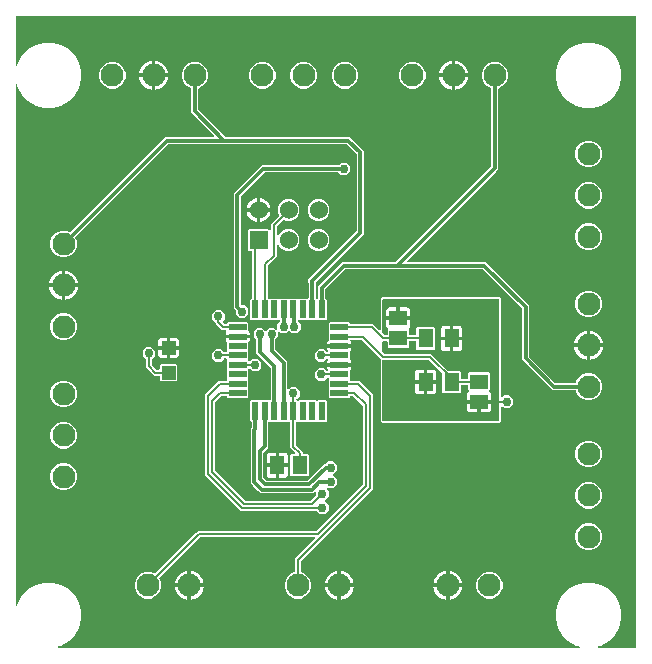
<source format=gbr>
G04 EAGLE Gerber RS-274X export*
G75*
%MOMM*%
%FSLAX34Y34*%
%LPD*%
%INTop Copper*%
%IPPOS*%
%AMOC8*
5,1,8,0,0,1.08239X$1,22.5*%
G01*
%ADD10R,1.500000X1.300000*%
%ADD11R,1.530000X1.530000*%
%ADD12C,1.530000*%
%ADD13C,1.950000*%
%ADD14R,1.300000X1.600000*%
%ADD15R,1.200000X1.200000*%
%ADD16R,1.500000X0.550000*%
%ADD17R,0.550000X1.500000*%
%ADD18R,1.250000X1.600000*%
%ADD19C,0.756400*%
%ADD20C,0.200000*%
%ADD21C,0.300000*%

G36*
X486940Y10165D02*
X486940Y10165D01*
X486963Y10162D01*
X487060Y10184D01*
X487158Y10200D01*
X487180Y10212D01*
X487203Y10217D01*
X487288Y10269D01*
X487376Y10316D01*
X487392Y10333D01*
X487413Y10346D01*
X487477Y10422D01*
X487545Y10494D01*
X487555Y10516D01*
X487571Y10534D01*
X487607Y10627D01*
X487649Y10717D01*
X487652Y10741D01*
X487660Y10763D01*
X487665Y10863D01*
X487676Y10961D01*
X487671Y10985D01*
X487672Y11009D01*
X487645Y11105D01*
X487624Y11202D01*
X487611Y11222D01*
X487605Y11246D01*
X487548Y11328D01*
X487498Y11413D01*
X487479Y11429D01*
X487466Y11448D01*
X487386Y11508D01*
X487311Y11573D01*
X487288Y11582D01*
X487269Y11596D01*
X487113Y11657D01*
X484623Y12324D01*
X478316Y15966D01*
X473166Y21116D01*
X469524Y27423D01*
X467639Y34458D01*
X467639Y41742D01*
X469524Y48777D01*
X473166Y55084D01*
X478316Y60234D01*
X484623Y63876D01*
X491658Y65761D01*
X498942Y65761D01*
X505977Y63876D01*
X512284Y60234D01*
X517434Y55084D01*
X521076Y48777D01*
X522961Y41742D01*
X522961Y34458D01*
X521076Y27423D01*
X517434Y21116D01*
X512284Y15966D01*
X505977Y12324D01*
X503487Y11657D01*
X503465Y11647D01*
X503442Y11643D01*
X503354Y11597D01*
X503263Y11556D01*
X503245Y11540D01*
X503224Y11528D01*
X503156Y11456D01*
X503083Y11389D01*
X503071Y11368D01*
X503055Y11350D01*
X503013Y11260D01*
X502965Y11173D01*
X502961Y11149D01*
X502951Y11127D01*
X502940Y11028D01*
X502923Y10930D01*
X502927Y10906D01*
X502924Y10883D01*
X502945Y10786D01*
X502960Y10687D01*
X502971Y10666D01*
X502976Y10642D01*
X503027Y10557D01*
X503073Y10468D01*
X503090Y10452D01*
X503102Y10431D01*
X503178Y10366D01*
X503249Y10297D01*
X503271Y10287D01*
X503289Y10271D01*
X503382Y10234D01*
X503471Y10191D01*
X503495Y10188D01*
X503518Y10179D01*
X503684Y10161D01*
X534978Y10161D01*
X534998Y10164D01*
X535017Y10162D01*
X535119Y10184D01*
X535221Y10200D01*
X535238Y10210D01*
X535258Y10214D01*
X535347Y10267D01*
X535438Y10316D01*
X535452Y10330D01*
X535469Y10340D01*
X535536Y10419D01*
X535608Y10494D01*
X535616Y10512D01*
X535629Y10527D01*
X535668Y10623D01*
X535711Y10717D01*
X535713Y10737D01*
X535721Y10755D01*
X535739Y10922D01*
X535739Y544578D01*
X535737Y544590D01*
X535738Y544598D01*
X535737Y544604D01*
X535738Y544617D01*
X535716Y544719D01*
X535700Y544821D01*
X535690Y544838D01*
X535686Y544858D01*
X535633Y544947D01*
X535584Y545038D01*
X535570Y545052D01*
X535560Y545069D01*
X535481Y545136D01*
X535406Y545208D01*
X535388Y545216D01*
X535373Y545229D01*
X535277Y545268D01*
X535183Y545311D01*
X535163Y545313D01*
X535145Y545321D01*
X534978Y545339D01*
X10922Y545339D01*
X10902Y545336D01*
X10883Y545338D01*
X10781Y545316D01*
X10679Y545300D01*
X10662Y545290D01*
X10642Y545286D01*
X10553Y545233D01*
X10462Y545184D01*
X10448Y545170D01*
X10431Y545160D01*
X10364Y545081D01*
X10292Y545006D01*
X10284Y544988D01*
X10271Y544973D01*
X10232Y544877D01*
X10189Y544783D01*
X10187Y544763D01*
X10179Y544745D01*
X10161Y544578D01*
X10161Y503684D01*
X10165Y503660D01*
X10162Y503637D01*
X10184Y503540D01*
X10200Y503442D01*
X10212Y503420D01*
X10217Y503397D01*
X10269Y503312D01*
X10316Y503224D01*
X10333Y503208D01*
X10346Y503187D01*
X10422Y503123D01*
X10494Y503055D01*
X10516Y503045D01*
X10534Y503029D01*
X10627Y502993D01*
X10717Y502951D01*
X10741Y502948D01*
X10763Y502940D01*
X10863Y502935D01*
X10961Y502924D01*
X10985Y502929D01*
X11009Y502928D01*
X11105Y502955D01*
X11202Y502976D01*
X11222Y502989D01*
X11246Y502995D01*
X11328Y503052D01*
X11413Y503102D01*
X11429Y503121D01*
X11448Y503134D01*
X11508Y503214D01*
X11573Y503289D01*
X11582Y503312D01*
X11596Y503331D01*
X11657Y503487D01*
X12324Y505977D01*
X15966Y512284D01*
X21116Y517434D01*
X27423Y521076D01*
X34458Y522961D01*
X41742Y522961D01*
X48777Y521076D01*
X55084Y517434D01*
X60234Y512284D01*
X63876Y505977D01*
X65761Y498942D01*
X65761Y491658D01*
X63876Y484623D01*
X60234Y478316D01*
X55084Y473166D01*
X48777Y469524D01*
X41742Y467639D01*
X34458Y467639D01*
X27423Y469524D01*
X21116Y473166D01*
X15966Y478316D01*
X12324Y484623D01*
X11657Y487113D01*
X11647Y487135D01*
X11643Y487158D01*
X11597Y487246D01*
X11556Y487337D01*
X11540Y487355D01*
X11528Y487376D01*
X11456Y487444D01*
X11389Y487517D01*
X11368Y487529D01*
X11350Y487545D01*
X11260Y487587D01*
X11173Y487635D01*
X11149Y487639D01*
X11127Y487649D01*
X11028Y487660D01*
X10930Y487677D01*
X10906Y487673D01*
X10883Y487676D01*
X10786Y487655D01*
X10687Y487640D01*
X10666Y487629D01*
X10642Y487624D01*
X10557Y487573D01*
X10468Y487527D01*
X10452Y487510D01*
X10431Y487498D01*
X10366Y487422D01*
X10297Y487351D01*
X10287Y487329D01*
X10271Y487311D01*
X10234Y487218D01*
X10191Y487129D01*
X10188Y487105D01*
X10179Y487082D01*
X10161Y486916D01*
X10161Y46484D01*
X10165Y46460D01*
X10162Y46437D01*
X10184Y46340D01*
X10200Y46242D01*
X10212Y46220D01*
X10217Y46197D01*
X10269Y46112D01*
X10316Y46024D01*
X10333Y46008D01*
X10346Y45987D01*
X10422Y45923D01*
X10494Y45855D01*
X10516Y45845D01*
X10534Y45829D01*
X10627Y45793D01*
X10717Y45751D01*
X10741Y45748D01*
X10763Y45740D01*
X10863Y45735D01*
X10961Y45724D01*
X10985Y45729D01*
X11009Y45728D01*
X11105Y45755D01*
X11202Y45776D01*
X11222Y45789D01*
X11246Y45795D01*
X11328Y45852D01*
X11413Y45902D01*
X11429Y45921D01*
X11448Y45934D01*
X11508Y46014D01*
X11573Y46089D01*
X11582Y46112D01*
X11596Y46131D01*
X11657Y46287D01*
X12324Y48777D01*
X15966Y55084D01*
X21116Y60234D01*
X27423Y63876D01*
X34458Y65761D01*
X41742Y65761D01*
X48777Y63876D01*
X55084Y60234D01*
X60234Y55084D01*
X63876Y48777D01*
X65761Y41742D01*
X65761Y34458D01*
X63876Y27423D01*
X60234Y21116D01*
X55084Y15966D01*
X48777Y12324D01*
X46287Y11657D01*
X46265Y11647D01*
X46242Y11643D01*
X46154Y11597D01*
X46063Y11556D01*
X46045Y11540D01*
X46024Y11528D01*
X45956Y11456D01*
X45883Y11389D01*
X45871Y11368D01*
X45855Y11350D01*
X45813Y11260D01*
X45765Y11173D01*
X45761Y11149D01*
X45751Y11127D01*
X45740Y11028D01*
X45723Y10930D01*
X45727Y10906D01*
X45724Y10883D01*
X45745Y10786D01*
X45760Y10687D01*
X45771Y10666D01*
X45776Y10642D01*
X45827Y10557D01*
X45873Y10468D01*
X45890Y10452D01*
X45902Y10431D01*
X45978Y10366D01*
X46049Y10297D01*
X46071Y10287D01*
X46089Y10271D01*
X46182Y10234D01*
X46271Y10191D01*
X46295Y10188D01*
X46318Y10179D01*
X46484Y10161D01*
X486916Y10161D01*
X486940Y10165D01*
G37*
%LPC*%
G36*
X267802Y123693D02*
X267802Y123693D01*
X265243Y126252D01*
X265169Y126305D01*
X265099Y126365D01*
X265069Y126377D01*
X265043Y126396D01*
X264956Y126423D01*
X264871Y126457D01*
X264830Y126461D01*
X264808Y126468D01*
X264776Y126467D01*
X264705Y126475D01*
X200954Y126475D01*
X170475Y156954D01*
X170475Y225046D01*
X181954Y236525D01*
X188514Y236525D01*
X188534Y236528D01*
X188553Y236526D01*
X188655Y236548D01*
X188757Y236564D01*
X188774Y236574D01*
X188794Y236578D01*
X188883Y236631D01*
X188974Y236680D01*
X188988Y236694D01*
X189005Y236704D01*
X189072Y236783D01*
X189144Y236858D01*
X189152Y236876D01*
X189165Y236891D01*
X189204Y236987D01*
X189247Y237081D01*
X189249Y237101D01*
X189257Y237119D01*
X189275Y237286D01*
X189275Y237382D01*
X189355Y237462D01*
X189367Y237478D01*
X189383Y237490D01*
X189439Y237578D01*
X189499Y237661D01*
X189505Y237680D01*
X189516Y237697D01*
X189541Y237798D01*
X189571Y237897D01*
X189571Y237917D01*
X189576Y237936D01*
X189568Y238039D01*
X189565Y238142D01*
X189558Y238161D01*
X189557Y238181D01*
X189516Y238276D01*
X189481Y238373D01*
X189468Y238389D01*
X189460Y238407D01*
X189355Y238538D01*
X189275Y238618D01*
X189275Y245382D01*
X189355Y245462D01*
X189367Y245478D01*
X189383Y245490D01*
X189439Y245578D01*
X189499Y245661D01*
X189505Y245680D01*
X189516Y245697D01*
X189541Y245798D01*
X189571Y245897D01*
X189571Y245917D01*
X189576Y245936D01*
X189568Y246039D01*
X189565Y246142D01*
X189558Y246161D01*
X189557Y246181D01*
X189516Y246276D01*
X189481Y246373D01*
X189468Y246389D01*
X189460Y246407D01*
X189355Y246538D01*
X189275Y246618D01*
X189275Y253382D01*
X189355Y253462D01*
X189367Y253478D01*
X189383Y253490D01*
X189439Y253578D01*
X189499Y253661D01*
X189505Y253680D01*
X189516Y253697D01*
X189541Y253798D01*
X189571Y253897D01*
X189571Y253917D01*
X189576Y253936D01*
X189568Y254039D01*
X189565Y254142D01*
X189558Y254161D01*
X189557Y254181D01*
X189516Y254276D01*
X189481Y254373D01*
X189468Y254389D01*
X189460Y254407D01*
X189355Y254538D01*
X189275Y254618D01*
X189275Y254714D01*
X189272Y254734D01*
X189274Y254753D01*
X189252Y254855D01*
X189236Y254957D01*
X189226Y254974D01*
X189222Y254994D01*
X189169Y255083D01*
X189120Y255174D01*
X189106Y255188D01*
X189096Y255205D01*
X189017Y255272D01*
X188942Y255344D01*
X188924Y255352D01*
X188909Y255365D01*
X188813Y255404D01*
X188719Y255447D01*
X188699Y255449D01*
X188681Y255457D01*
X188514Y255475D01*
X187295Y255475D01*
X187205Y255461D01*
X187114Y255453D01*
X187085Y255441D01*
X187053Y255436D01*
X186972Y255393D01*
X186888Y255357D01*
X186856Y255331D01*
X186835Y255320D01*
X186813Y255297D01*
X186757Y255252D01*
X184198Y252693D01*
X179802Y252693D01*
X176693Y255802D01*
X176693Y260198D01*
X179802Y263307D01*
X184198Y263307D01*
X186757Y260748D01*
X186831Y260695D01*
X186901Y260635D01*
X186931Y260623D01*
X186957Y260604D01*
X187044Y260577D01*
X187129Y260543D01*
X187170Y260539D01*
X187192Y260532D01*
X187224Y260533D01*
X187295Y260525D01*
X188514Y260525D01*
X188534Y260528D01*
X188553Y260526D01*
X188655Y260548D01*
X188757Y260564D01*
X188774Y260574D01*
X188794Y260578D01*
X188883Y260631D01*
X188974Y260680D01*
X188988Y260694D01*
X189005Y260704D01*
X189072Y260783D01*
X189144Y260858D01*
X189152Y260876D01*
X189165Y260891D01*
X189204Y260987D01*
X189247Y261081D01*
X189249Y261101D01*
X189257Y261119D01*
X189275Y261286D01*
X189275Y261382D01*
X189355Y261462D01*
X189367Y261478D01*
X189383Y261490D01*
X189439Y261578D01*
X189499Y261661D01*
X189505Y261680D01*
X189516Y261697D01*
X189541Y261798D01*
X189571Y261897D01*
X189571Y261917D01*
X189576Y261936D01*
X189568Y262039D01*
X189565Y262142D01*
X189558Y262161D01*
X189557Y262181D01*
X189516Y262276D01*
X189481Y262373D01*
X189468Y262389D01*
X189460Y262407D01*
X189355Y262538D01*
X189275Y262618D01*
X189275Y268866D01*
X189261Y268956D01*
X189253Y269047D01*
X189241Y269077D01*
X189236Y269109D01*
X189193Y269190D01*
X189157Y269274D01*
X189131Y269306D01*
X189120Y269326D01*
X189097Y269349D01*
X189052Y269405D01*
X188767Y269690D01*
X188432Y270269D01*
X188259Y270916D01*
X188259Y272626D01*
X197687Y272626D01*
X197706Y272629D01*
X197726Y272627D01*
X197828Y272649D01*
X197930Y272665D01*
X197947Y272675D01*
X197967Y272679D01*
X198056Y272732D01*
X198147Y272781D01*
X198161Y272795D01*
X198178Y272805D01*
X198245Y272884D01*
X198299Y272941D01*
X198307Y272927D01*
X198321Y272913D01*
X198331Y272896D01*
X198410Y272829D01*
X198485Y272757D01*
X198503Y272749D01*
X198518Y272736D01*
X198615Y272697D01*
X198708Y272654D01*
X198728Y272652D01*
X198746Y272644D01*
X198913Y272626D01*
X208341Y272626D01*
X208341Y270915D01*
X208168Y270269D01*
X207833Y269690D01*
X207548Y269405D01*
X207495Y269331D01*
X207435Y269261D01*
X207423Y269231D01*
X207404Y269205D01*
X207377Y269118D01*
X207343Y269033D01*
X207339Y268992D01*
X207332Y268970D01*
X207333Y268938D01*
X207325Y268866D01*
X207325Y262618D01*
X207245Y262538D01*
X207233Y262522D01*
X207217Y262510D01*
X207161Y262423D01*
X207101Y262339D01*
X207095Y262320D01*
X207084Y262303D01*
X207059Y262202D01*
X207029Y262104D01*
X207029Y262084D01*
X207024Y262064D01*
X207032Y261961D01*
X207035Y261858D01*
X207042Y261839D01*
X207043Y261819D01*
X207084Y261724D01*
X207119Y261627D01*
X207132Y261611D01*
X207140Y261593D01*
X207245Y261462D01*
X207325Y261382D01*
X207325Y254618D01*
X207245Y254538D01*
X207233Y254522D01*
X207217Y254510D01*
X207161Y254423D01*
X207101Y254339D01*
X207095Y254320D01*
X207084Y254303D01*
X207059Y254202D01*
X207029Y254104D01*
X207029Y254084D01*
X207024Y254064D01*
X207032Y253961D01*
X207035Y253858D01*
X207042Y253839D01*
X207043Y253819D01*
X207084Y253724D01*
X207119Y253627D01*
X207132Y253611D01*
X207140Y253593D01*
X207245Y253462D01*
X207458Y253249D01*
X207480Y253207D01*
X207532Y253158D01*
X207576Y253102D01*
X207620Y253074D01*
X207658Y253038D01*
X207723Y253008D01*
X207783Y252969D01*
X207834Y252956D01*
X207881Y252934D01*
X207952Y252926D01*
X208022Y252909D01*
X208074Y252913D01*
X208125Y252907D01*
X208196Y252922D01*
X208267Y252928D01*
X208315Y252948D01*
X208366Y252959D01*
X208427Y252996D01*
X208493Y253024D01*
X208549Y253069D01*
X208577Y253086D01*
X208592Y253103D01*
X208624Y253129D01*
X210802Y255307D01*
X215198Y255307D01*
X218307Y252198D01*
X218307Y247802D01*
X215198Y244693D01*
X210802Y244693D01*
X208624Y246871D01*
X208566Y246913D01*
X208514Y246962D01*
X208467Y246984D01*
X208425Y247014D01*
X208356Y247036D01*
X208291Y247066D01*
X208239Y247071D01*
X208189Y247087D01*
X208118Y247085D01*
X208047Y247093D01*
X207996Y247082D01*
X207944Y247080D01*
X207876Y247056D01*
X207806Y247041D01*
X207761Y247014D01*
X207713Y246996D01*
X207657Y246951D01*
X207595Y246914D01*
X207561Y246875D01*
X207521Y246842D01*
X207482Y246782D01*
X207443Y246737D01*
X207245Y246538D01*
X207233Y246522D01*
X207217Y246510D01*
X207161Y246423D01*
X207101Y246339D01*
X207095Y246320D01*
X207084Y246303D01*
X207059Y246202D01*
X207029Y246104D01*
X207029Y246084D01*
X207024Y246064D01*
X207032Y245961D01*
X207035Y245858D01*
X207042Y245839D01*
X207043Y245819D01*
X207084Y245724D01*
X207119Y245627D01*
X207132Y245611D01*
X207140Y245593D01*
X207245Y245462D01*
X207325Y245382D01*
X207325Y238618D01*
X207245Y238538D01*
X207233Y238522D01*
X207217Y238510D01*
X207161Y238423D01*
X207101Y238339D01*
X207095Y238320D01*
X207084Y238303D01*
X207059Y238202D01*
X207029Y238104D01*
X207029Y238084D01*
X207024Y238064D01*
X207032Y237961D01*
X207035Y237858D01*
X207042Y237839D01*
X207043Y237819D01*
X207084Y237724D01*
X207119Y237627D01*
X207132Y237611D01*
X207140Y237593D01*
X207245Y237462D01*
X207325Y237382D01*
X207325Y230618D01*
X207245Y230538D01*
X207233Y230522D01*
X207217Y230510D01*
X207161Y230423D01*
X207101Y230339D01*
X207095Y230320D01*
X207084Y230303D01*
X207059Y230202D01*
X207029Y230104D01*
X207029Y230084D01*
X207024Y230064D01*
X207032Y229961D01*
X207035Y229858D01*
X207042Y229839D01*
X207043Y229819D01*
X207084Y229724D01*
X207119Y229627D01*
X207132Y229611D01*
X207140Y229593D01*
X207245Y229462D01*
X207325Y229382D01*
X207325Y222618D01*
X206432Y221725D01*
X190168Y221725D01*
X189275Y222618D01*
X189275Y222714D01*
X189272Y222734D01*
X189274Y222753D01*
X189252Y222855D01*
X189236Y222957D01*
X189226Y222974D01*
X189222Y222994D01*
X189169Y223083D01*
X189120Y223174D01*
X189106Y223188D01*
X189096Y223205D01*
X189017Y223272D01*
X188942Y223344D01*
X188924Y223352D01*
X188909Y223365D01*
X188813Y223404D01*
X188719Y223447D01*
X188699Y223449D01*
X188681Y223457D01*
X188514Y223475D01*
X184361Y223475D01*
X184271Y223461D01*
X184180Y223453D01*
X184150Y223441D01*
X184118Y223436D01*
X184038Y223393D01*
X183954Y223357D01*
X183922Y223331D01*
X183901Y223320D01*
X183879Y223297D01*
X183823Y223252D01*
X179272Y218701D01*
X179219Y218627D01*
X179159Y218558D01*
X179147Y218528D01*
X179128Y218501D01*
X179101Y218414D01*
X179067Y218330D01*
X179063Y218289D01*
X179056Y218266D01*
X179057Y218234D01*
X179049Y218163D01*
X179049Y160821D01*
X179063Y160731D01*
X179071Y160640D01*
X179083Y160610D01*
X179088Y160578D01*
X179131Y160497D01*
X179167Y160414D01*
X179193Y160381D01*
X179204Y160361D01*
X179227Y160339D01*
X179272Y160283D01*
X204283Y135272D01*
X204357Y135219D01*
X204426Y135159D01*
X204456Y135147D01*
X204482Y135128D01*
X204569Y135101D01*
X204654Y135067D01*
X204695Y135063D01*
X204717Y135056D01*
X204750Y135057D01*
X204821Y135049D01*
X260163Y135049D01*
X260253Y135063D01*
X260344Y135071D01*
X260374Y135083D01*
X260406Y135088D01*
X260486Y135131D01*
X260570Y135167D01*
X260602Y135193D01*
X260623Y135204D01*
X260645Y135227D01*
X260701Y135272D01*
X264470Y139041D01*
X264513Y139100D01*
X264556Y139145D01*
X264563Y139161D01*
X264583Y139184D01*
X264595Y139214D01*
X264614Y139241D01*
X264641Y139328D01*
X264642Y139332D01*
X264659Y139368D01*
X264660Y139376D01*
X264675Y139412D01*
X264679Y139453D01*
X264686Y139476D01*
X264685Y139508D01*
X264693Y139579D01*
X264693Y142180D01*
X264682Y142251D01*
X264680Y142322D01*
X264662Y142371D01*
X264654Y142423D01*
X264620Y142486D01*
X264595Y142553D01*
X264563Y142594D01*
X264538Y142640D01*
X264486Y142689D01*
X264442Y142745D01*
X264398Y142774D01*
X264360Y142809D01*
X264295Y142840D01*
X264235Y142878D01*
X264184Y142891D01*
X264137Y142913D01*
X264066Y142921D01*
X263996Y142938D01*
X263944Y142934D01*
X263893Y142940D01*
X263822Y142925D01*
X263751Y142919D01*
X263703Y142899D01*
X263652Y142888D01*
X263591Y142851D01*
X263525Y142823D01*
X263469Y142778D01*
X263441Y142762D01*
X263426Y142744D01*
X263394Y142718D01*
X262127Y141451D01*
X217873Y141451D01*
X215878Y143446D01*
X211446Y147878D01*
X209451Y149873D01*
X209451Y196429D01*
X210052Y197030D01*
X210105Y197104D01*
X210165Y197173D01*
X210177Y197203D01*
X210196Y197230D01*
X210223Y197317D01*
X210257Y197401D01*
X210261Y197442D01*
X210268Y197465D01*
X210267Y197497D01*
X210275Y197568D01*
X210275Y201303D01*
X210261Y201393D01*
X210253Y201484D01*
X210241Y201514D01*
X210236Y201546D01*
X210193Y201627D01*
X210157Y201710D01*
X210131Y201743D01*
X210120Y201763D01*
X210097Y201785D01*
X210052Y201841D01*
X209025Y202868D01*
X209025Y219132D01*
X209918Y220025D01*
X216682Y220025D01*
X216762Y219945D01*
X216778Y219933D01*
X216790Y219917D01*
X216877Y219861D01*
X216961Y219801D01*
X216980Y219795D01*
X216997Y219784D01*
X217098Y219759D01*
X217196Y219729D01*
X217216Y219729D01*
X217236Y219724D01*
X217339Y219732D01*
X217442Y219735D01*
X217461Y219742D01*
X217481Y219743D01*
X217576Y219784D01*
X217673Y219819D01*
X217689Y219832D01*
X217707Y219840D01*
X217838Y219945D01*
X217918Y220025D01*
X224682Y220025D01*
X224762Y219945D01*
X224778Y219933D01*
X224790Y219917D01*
X224877Y219861D01*
X224961Y219801D01*
X224980Y219795D01*
X224997Y219784D01*
X225098Y219759D01*
X225196Y219729D01*
X225216Y219729D01*
X225236Y219724D01*
X225339Y219732D01*
X225442Y219735D01*
X225461Y219742D01*
X225481Y219743D01*
X225576Y219784D01*
X225673Y219819D01*
X225689Y219832D01*
X225707Y219840D01*
X225838Y219945D01*
X226052Y220159D01*
X226105Y220233D01*
X226165Y220302D01*
X226177Y220332D01*
X226196Y220358D01*
X226223Y220445D01*
X226257Y220530D01*
X226261Y220571D01*
X226268Y220593D01*
X226267Y220626D01*
X226275Y220697D01*
X226275Y247132D01*
X226261Y247222D01*
X226253Y247313D01*
X226241Y247343D01*
X226236Y247375D01*
X226193Y247455D01*
X226157Y247539D01*
X226131Y247571D01*
X226120Y247592D01*
X226097Y247614D01*
X226052Y247670D01*
X213975Y259747D01*
X213975Y271205D01*
X213961Y271295D01*
X213953Y271386D01*
X213941Y271415D01*
X213936Y271447D01*
X213893Y271528D01*
X213857Y271612D01*
X213831Y271644D01*
X213820Y271665D01*
X213797Y271687D01*
X213752Y271743D01*
X211693Y273802D01*
X211693Y278198D01*
X214802Y281307D01*
X219198Y281307D01*
X221462Y279043D01*
X221478Y279032D01*
X221490Y279016D01*
X221578Y278960D01*
X221661Y278900D01*
X221680Y278894D01*
X221697Y278883D01*
X221798Y278858D01*
X221897Y278827D01*
X221916Y278828D01*
X221936Y278823D01*
X222039Y278831D01*
X222142Y278834D01*
X222161Y278840D01*
X222181Y278842D01*
X222276Y278882D01*
X222373Y278918D01*
X222389Y278931D01*
X222407Y278938D01*
X222538Y279043D01*
X224802Y281307D01*
X229198Y281307D01*
X230594Y279911D01*
X230652Y279869D01*
X230704Y279820D01*
X230751Y279798D01*
X230793Y279768D01*
X230862Y279746D01*
X230927Y279716D01*
X230979Y279711D01*
X231029Y279695D01*
X231100Y279697D01*
X231171Y279689D01*
X231222Y279700D01*
X231274Y279702D01*
X231342Y279726D01*
X231412Y279741D01*
X231457Y279768D01*
X231505Y279786D01*
X231561Y279831D01*
X231623Y279868D01*
X231657Y279907D01*
X231697Y279940D01*
X231736Y280000D01*
X231783Y280055D01*
X231802Y280103D01*
X231830Y280147D01*
X231848Y280216D01*
X231875Y280283D01*
X231883Y280354D01*
X231891Y280385D01*
X231889Y280408D01*
X231893Y280449D01*
X231893Y284298D01*
X234052Y286457D01*
X234105Y286531D01*
X234165Y286601D01*
X234177Y286631D01*
X234196Y286657D01*
X234223Y286744D01*
X234257Y286829D01*
X234261Y286870D01*
X234268Y286892D01*
X234267Y286924D01*
X234275Y286995D01*
X234275Y287303D01*
X234261Y287393D01*
X234253Y287484D01*
X234241Y287514D01*
X234236Y287546D01*
X234193Y287627D01*
X234157Y287710D01*
X234131Y287743D01*
X234120Y287763D01*
X234097Y287785D01*
X234052Y287841D01*
X233838Y288055D01*
X233822Y288067D01*
X233810Y288083D01*
X233722Y288139D01*
X233639Y288199D01*
X233620Y288205D01*
X233603Y288216D01*
X233502Y288241D01*
X233403Y288271D01*
X233384Y288271D01*
X233364Y288276D01*
X233261Y288268D01*
X233158Y288265D01*
X233139Y288258D01*
X233119Y288257D01*
X233024Y288216D01*
X232927Y288181D01*
X232911Y288168D01*
X232893Y288160D01*
X232762Y288055D01*
X232682Y287975D01*
X225918Y287975D01*
X225838Y288055D01*
X225822Y288067D01*
X225810Y288083D01*
X225723Y288139D01*
X225639Y288199D01*
X225620Y288205D01*
X225603Y288216D01*
X225502Y288241D01*
X225404Y288271D01*
X225384Y288271D01*
X225364Y288276D01*
X225261Y288268D01*
X225158Y288265D01*
X225139Y288258D01*
X225119Y288257D01*
X225024Y288216D01*
X224927Y288181D01*
X224911Y288168D01*
X224893Y288160D01*
X224762Y288055D01*
X224682Y287975D01*
X217918Y287975D01*
X217838Y288055D01*
X217822Y288067D01*
X217810Y288083D01*
X217723Y288139D01*
X217639Y288199D01*
X217620Y288205D01*
X217603Y288216D01*
X217502Y288241D01*
X217404Y288271D01*
X217384Y288271D01*
X217364Y288276D01*
X217261Y288268D01*
X217158Y288265D01*
X217139Y288258D01*
X217119Y288257D01*
X217024Y288216D01*
X216927Y288181D01*
X216911Y288168D01*
X216893Y288160D01*
X216762Y288055D01*
X216682Y287975D01*
X209918Y287975D01*
X209025Y288868D01*
X209025Y305132D01*
X209918Y306025D01*
X210014Y306025D01*
X210034Y306028D01*
X210053Y306026D01*
X210155Y306048D01*
X210257Y306064D01*
X210274Y306074D01*
X210294Y306078D01*
X210383Y306131D01*
X210474Y306180D01*
X210488Y306194D01*
X210505Y306204D01*
X210572Y306283D01*
X210644Y306358D01*
X210652Y306376D01*
X210665Y306391D01*
X210704Y306487D01*
X210747Y306581D01*
X210749Y306601D01*
X210757Y306619D01*
X210775Y306786D01*
X210775Y345664D01*
X210772Y345684D01*
X210774Y345703D01*
X210752Y345805D01*
X210736Y345907D01*
X210726Y345924D01*
X210722Y345944D01*
X210669Y346033D01*
X210620Y346124D01*
X210606Y346138D01*
X210596Y346155D01*
X210517Y346222D01*
X210442Y346294D01*
X210424Y346302D01*
X210409Y346315D01*
X210313Y346354D01*
X210219Y346397D01*
X210199Y346399D01*
X210181Y346407D01*
X210014Y346425D01*
X207618Y346425D01*
X206725Y347318D01*
X206725Y363882D01*
X207618Y364775D01*
X224182Y364775D01*
X224776Y364181D01*
X224834Y364139D01*
X224886Y364089D01*
X224933Y364067D01*
X224975Y364037D01*
X225044Y364016D01*
X225109Y363986D01*
X225161Y363980D01*
X225211Y363965D01*
X225282Y363967D01*
X225353Y363959D01*
X225404Y363970D01*
X225456Y363971D01*
X225524Y363996D01*
X225594Y364011D01*
X225639Y364038D01*
X225687Y364055D01*
X225743Y364100D01*
X225805Y364137D01*
X225839Y364177D01*
X225879Y364209D01*
X225918Y364269D01*
X225965Y364324D01*
X225984Y364372D01*
X226012Y364416D01*
X226030Y364486D01*
X226057Y364552D01*
X226065Y364623D01*
X226073Y364655D01*
X226071Y364678D01*
X226075Y364719D01*
X226075Y369346D01*
X232873Y376143D01*
X232940Y376237D01*
X233010Y376332D01*
X233012Y376338D01*
X233016Y376343D01*
X233050Y376454D01*
X233087Y376566D01*
X233087Y376572D01*
X233088Y376578D01*
X233085Y376695D01*
X233084Y376812D01*
X233082Y376819D01*
X233082Y376824D01*
X233076Y376841D01*
X233038Y376973D01*
X232125Y379175D01*
X232125Y382825D01*
X233522Y386197D01*
X236103Y388778D01*
X239475Y390175D01*
X243125Y390175D01*
X246497Y388778D01*
X249078Y386197D01*
X250475Y382825D01*
X250475Y379175D01*
X249078Y375803D01*
X246497Y373222D01*
X243125Y371825D01*
X239475Y371825D01*
X237273Y372738D01*
X237159Y372764D01*
X237046Y372793D01*
X237039Y372792D01*
X237033Y372794D01*
X236917Y372783D01*
X236800Y372774D01*
X236795Y372771D01*
X236788Y372771D01*
X236681Y372723D01*
X236574Y372677D01*
X236568Y372673D01*
X236564Y372671D01*
X236550Y372658D01*
X236443Y372573D01*
X231348Y367477D01*
X231295Y367403D01*
X231235Y367334D01*
X231223Y367304D01*
X231204Y367277D01*
X231177Y367190D01*
X231143Y367106D01*
X231139Y367065D01*
X231132Y367042D01*
X231133Y367010D01*
X231125Y366939D01*
X231125Y358836D01*
X231140Y358740D01*
X231150Y358643D01*
X231160Y358620D01*
X231164Y358594D01*
X231210Y358508D01*
X231250Y358419D01*
X231267Y358399D01*
X231280Y358376D01*
X231350Y358309D01*
X231416Y358238D01*
X231439Y358225D01*
X231458Y358207D01*
X231546Y358166D01*
X231632Y358119D01*
X231657Y358114D01*
X231681Y358103D01*
X231778Y358093D01*
X231874Y358075D01*
X231900Y358079D01*
X231925Y358076D01*
X232021Y358097D01*
X232117Y358111D01*
X232140Y358123D01*
X232166Y358129D01*
X232249Y358178D01*
X232336Y358223D01*
X232355Y358241D01*
X232377Y358255D01*
X232440Y358329D01*
X232508Y358398D01*
X232524Y358427D01*
X232537Y358442D01*
X232549Y358472D01*
X232589Y358545D01*
X233522Y360797D01*
X236103Y363378D01*
X239475Y364775D01*
X243125Y364775D01*
X246497Y363378D01*
X249078Y360797D01*
X250475Y357425D01*
X250475Y353775D01*
X249078Y350403D01*
X246497Y347822D01*
X243125Y346425D01*
X239475Y346425D01*
X236103Y347822D01*
X233522Y350403D01*
X232589Y352655D01*
X232538Y352738D01*
X232492Y352824D01*
X232474Y352842D01*
X232460Y352864D01*
X232384Y352926D01*
X232314Y352993D01*
X232290Y353004D01*
X232270Y353021D01*
X232179Y353056D01*
X232091Y353097D01*
X232065Y353100D01*
X232041Y353109D01*
X231943Y353113D01*
X231847Y353124D01*
X231821Y353118D01*
X231795Y353119D01*
X231701Y353092D01*
X231606Y353071D01*
X231584Y353058D01*
X231559Y353051D01*
X231479Y352995D01*
X231395Y352945D01*
X231378Y352925D01*
X231357Y352911D01*
X231298Y352832D01*
X231235Y352758D01*
X231225Y352734D01*
X231210Y352713D01*
X231180Y352621D01*
X231143Y352530D01*
X231140Y352498D01*
X231134Y352479D01*
X231134Y352446D01*
X231125Y352364D01*
X231125Y341554D01*
X224048Y334477D01*
X223995Y334403D01*
X223935Y334334D01*
X223923Y334304D01*
X223904Y334277D01*
X223877Y334190D01*
X223843Y334106D01*
X223839Y334065D01*
X223832Y334042D01*
X223833Y334010D01*
X223825Y333939D01*
X223825Y306786D01*
X223828Y306766D01*
X223826Y306747D01*
X223848Y306645D01*
X223864Y306543D01*
X223874Y306526D01*
X223878Y306506D01*
X223931Y306417D01*
X223980Y306326D01*
X223994Y306312D01*
X224004Y306295D01*
X224083Y306228D01*
X224158Y306156D01*
X224176Y306148D01*
X224191Y306135D01*
X224287Y306096D01*
X224381Y306053D01*
X224401Y306051D01*
X224419Y306043D01*
X224586Y306025D01*
X224682Y306025D01*
X224762Y305945D01*
X224778Y305933D01*
X224790Y305917D01*
X224878Y305861D01*
X224961Y305801D01*
X224980Y305795D01*
X224997Y305784D01*
X225098Y305759D01*
X225197Y305729D01*
X225217Y305729D01*
X225236Y305724D01*
X225339Y305732D01*
X225442Y305735D01*
X225461Y305742D01*
X225481Y305743D01*
X225576Y305784D01*
X225673Y305819D01*
X225689Y305832D01*
X225707Y305840D01*
X225838Y305945D01*
X225918Y306025D01*
X232682Y306025D01*
X232762Y305945D01*
X232778Y305933D01*
X232790Y305917D01*
X232878Y305861D01*
X232961Y305801D01*
X232980Y305795D01*
X232997Y305784D01*
X233098Y305759D01*
X233197Y305729D01*
X233217Y305729D01*
X233236Y305724D01*
X233339Y305732D01*
X233442Y305735D01*
X233461Y305742D01*
X233481Y305743D01*
X233576Y305784D01*
X233673Y305819D01*
X233689Y305832D01*
X233707Y305840D01*
X233838Y305945D01*
X233918Y306025D01*
X240682Y306025D01*
X240762Y305945D01*
X240778Y305933D01*
X240790Y305917D01*
X240878Y305861D01*
X240961Y305801D01*
X240980Y305795D01*
X240997Y305784D01*
X241098Y305759D01*
X241197Y305729D01*
X241217Y305729D01*
X241236Y305724D01*
X241339Y305732D01*
X241442Y305735D01*
X241461Y305742D01*
X241481Y305743D01*
X241576Y305784D01*
X241673Y305819D01*
X241689Y305832D01*
X241707Y305840D01*
X241838Y305945D01*
X241918Y306025D01*
X248682Y306025D01*
X248762Y305945D01*
X248778Y305933D01*
X248790Y305917D01*
X248878Y305861D01*
X248961Y305801D01*
X248980Y305795D01*
X248997Y305784D01*
X249098Y305759D01*
X249197Y305729D01*
X249217Y305729D01*
X249236Y305724D01*
X249339Y305732D01*
X249442Y305735D01*
X249461Y305742D01*
X249481Y305743D01*
X249576Y305784D01*
X249673Y305819D01*
X249689Y305832D01*
X249707Y305840D01*
X249838Y305945D01*
X249918Y306025D01*
X256682Y306025D01*
X256762Y305945D01*
X256778Y305933D01*
X256790Y305917D01*
X256878Y305861D01*
X256961Y305801D01*
X256980Y305795D01*
X256997Y305784D01*
X257098Y305759D01*
X257197Y305729D01*
X257216Y305729D01*
X257236Y305724D01*
X257339Y305732D01*
X257442Y305735D01*
X257461Y305742D01*
X257481Y305743D01*
X257576Y305784D01*
X257673Y305819D01*
X257689Y305832D01*
X257707Y305840D01*
X257838Y305945D01*
X258052Y306159D01*
X258105Y306233D01*
X258165Y306302D01*
X258177Y306332D01*
X258196Y306358D01*
X258223Y306445D01*
X258257Y306530D01*
X258261Y306571D01*
X258268Y306593D01*
X258267Y306626D01*
X258275Y306697D01*
X258275Y319132D01*
X258261Y319222D01*
X258253Y319313D01*
X258241Y319343D01*
X258236Y319375D01*
X258193Y319455D01*
X258157Y319539D01*
X258131Y319571D01*
X258120Y319592D01*
X258097Y319614D01*
X258052Y319670D01*
X257975Y319747D01*
X257975Y322253D01*
X298752Y363030D01*
X298805Y363104D01*
X298865Y363173D01*
X298877Y363203D01*
X298896Y363230D01*
X298923Y363317D01*
X298957Y363401D01*
X298961Y363442D01*
X298968Y363465D01*
X298967Y363497D01*
X298975Y363568D01*
X298975Y428432D01*
X298961Y428522D01*
X298953Y428613D01*
X298941Y428643D01*
X298936Y428675D01*
X298893Y428755D01*
X298857Y428839D01*
X298831Y428871D01*
X298820Y428892D01*
X298797Y428914D01*
X298752Y428970D01*
X290970Y436752D01*
X290896Y436805D01*
X290827Y436865D01*
X290797Y436877D01*
X290770Y436896D01*
X290683Y436923D01*
X290599Y436957D01*
X290558Y436961D01*
X290535Y436968D01*
X290503Y436967D01*
X290432Y436975D01*
X139868Y436975D01*
X139778Y436961D01*
X139687Y436953D01*
X139657Y436941D01*
X139625Y436936D01*
X139545Y436893D01*
X139461Y436857D01*
X139429Y436831D01*
X139408Y436820D01*
X139386Y436797D01*
X139330Y436752D01*
X61042Y358464D01*
X60974Y358370D01*
X60904Y358276D01*
X60902Y358270D01*
X60898Y358264D01*
X60864Y358154D01*
X60828Y358042D01*
X60828Y358035D01*
X60826Y358029D01*
X60829Y357913D01*
X60830Y357796D01*
X60832Y357789D01*
X60832Y357784D01*
X60839Y357766D01*
X60877Y357635D01*
X62075Y354743D01*
X62075Y350257D01*
X60358Y346113D01*
X57187Y342942D01*
X53043Y341225D01*
X48557Y341225D01*
X44413Y342942D01*
X41242Y346113D01*
X39525Y350257D01*
X39525Y354743D01*
X41242Y358887D01*
X44413Y362058D01*
X48557Y363775D01*
X53043Y363775D01*
X55935Y362577D01*
X56048Y362550D01*
X56162Y362522D01*
X56168Y362522D01*
X56174Y362521D01*
X56291Y362532D01*
X56407Y362541D01*
X56413Y362543D01*
X56419Y362544D01*
X56527Y362592D01*
X56633Y362637D01*
X56639Y362642D01*
X56644Y362644D01*
X56657Y362656D01*
X56764Y362742D01*
X137047Y443025D01*
X177860Y443025D01*
X177931Y443036D01*
X178002Y443038D01*
X178051Y443056D01*
X178103Y443064D01*
X178166Y443098D01*
X178233Y443123D01*
X178274Y443155D01*
X178320Y443180D01*
X178369Y443232D01*
X178425Y443276D01*
X178454Y443320D01*
X178489Y443358D01*
X178520Y443423D01*
X178558Y443483D01*
X178571Y443534D01*
X178593Y443581D01*
X178601Y443652D01*
X178618Y443722D01*
X178614Y443774D01*
X178620Y443825D01*
X178605Y443896D01*
X178599Y443967D01*
X178579Y444015D01*
X178568Y444066D01*
X178531Y444127D01*
X178503Y444193D01*
X178458Y444249D01*
X178442Y444277D01*
X178424Y444292D01*
X178398Y444324D01*
X160970Y461752D01*
X158975Y463747D01*
X158975Y483841D01*
X158956Y483955D01*
X158939Y484071D01*
X158937Y484077D01*
X158936Y484083D01*
X158881Y484186D01*
X158828Y484291D01*
X158823Y484295D01*
X158820Y484301D01*
X158737Y484380D01*
X158652Y484463D01*
X158646Y484467D01*
X158642Y484470D01*
X158625Y484478D01*
X158505Y484544D01*
X155613Y485742D01*
X152442Y488913D01*
X150725Y493057D01*
X150725Y497543D01*
X152442Y501687D01*
X155613Y504858D01*
X159757Y506575D01*
X164243Y506575D01*
X168387Y504858D01*
X171558Y501687D01*
X173275Y497543D01*
X173275Y493057D01*
X171558Y488913D01*
X168387Y485742D01*
X165495Y484544D01*
X165395Y484482D01*
X165295Y484422D01*
X165291Y484418D01*
X165286Y484414D01*
X165211Y484325D01*
X165135Y484235D01*
X165133Y484230D01*
X165129Y484225D01*
X165087Y484117D01*
X165043Y484007D01*
X165042Y484000D01*
X165041Y483995D01*
X165040Y483977D01*
X165025Y483841D01*
X165025Y466568D01*
X165039Y466478D01*
X165047Y466387D01*
X165059Y466357D01*
X165064Y466325D01*
X165107Y466245D01*
X165143Y466161D01*
X165169Y466129D01*
X165180Y466108D01*
X165203Y466086D01*
X165248Y466030D01*
X188030Y443248D01*
X188104Y443195D01*
X188173Y443135D01*
X188203Y443123D01*
X188230Y443104D01*
X188317Y443077D01*
X188401Y443043D01*
X188442Y443039D01*
X188465Y443032D01*
X188497Y443033D01*
X188568Y443025D01*
X293253Y443025D01*
X305025Y431253D01*
X305025Y360747D01*
X264548Y320270D01*
X264495Y320196D01*
X264435Y320127D01*
X264423Y320097D01*
X264404Y320070D01*
X264377Y319983D01*
X264343Y319899D01*
X264339Y319858D01*
X264332Y319835D01*
X264333Y319803D01*
X264325Y319732D01*
X264325Y306697D01*
X264339Y306607D01*
X264347Y306516D01*
X264359Y306486D01*
X264364Y306454D01*
X264407Y306373D01*
X264443Y306290D01*
X264469Y306257D01*
X264480Y306237D01*
X264503Y306215D01*
X264548Y306159D01*
X264762Y305945D01*
X264778Y305933D01*
X264790Y305917D01*
X264878Y305861D01*
X264961Y305801D01*
X264980Y305795D01*
X264997Y305784D01*
X265098Y305759D01*
X265197Y305729D01*
X265216Y305729D01*
X265236Y305724D01*
X265339Y305732D01*
X265442Y305735D01*
X265461Y305742D01*
X265481Y305743D01*
X265576Y305784D01*
X265673Y305819D01*
X265689Y305832D01*
X265707Y305840D01*
X265838Y305945D01*
X266052Y306159D01*
X266105Y306233D01*
X266165Y306302D01*
X266177Y306332D01*
X266196Y306358D01*
X266223Y306445D01*
X266257Y306530D01*
X266261Y306571D01*
X266268Y306593D01*
X266267Y306626D01*
X266275Y306697D01*
X266275Y316553D01*
X286747Y337025D01*
X331432Y337025D01*
X331522Y337039D01*
X331613Y337047D01*
X331643Y337059D01*
X331675Y337064D01*
X331755Y337107D01*
X331839Y337143D01*
X331871Y337169D01*
X331892Y337180D01*
X331914Y337203D01*
X331970Y337248D01*
X412752Y418030D01*
X412805Y418104D01*
X412865Y418173D01*
X412877Y418203D01*
X412896Y418230D01*
X412923Y418317D01*
X412957Y418401D01*
X412961Y418442D01*
X412968Y418465D01*
X412967Y418497D01*
X412975Y418568D01*
X412975Y483841D01*
X412956Y483955D01*
X412939Y484071D01*
X412937Y484077D01*
X412936Y484083D01*
X412881Y484186D01*
X412828Y484291D01*
X412823Y484295D01*
X412820Y484301D01*
X412737Y484380D01*
X412652Y484463D01*
X412646Y484467D01*
X412642Y484470D01*
X412625Y484478D01*
X412505Y484544D01*
X409613Y485742D01*
X406442Y488913D01*
X404725Y493057D01*
X404725Y497543D01*
X406442Y501687D01*
X409613Y504858D01*
X413757Y506575D01*
X418243Y506575D01*
X422387Y504858D01*
X425558Y501687D01*
X427275Y497543D01*
X427275Y493057D01*
X425558Y488913D01*
X422387Y485742D01*
X419495Y484544D01*
X419395Y484482D01*
X419295Y484422D01*
X419291Y484418D01*
X419286Y484414D01*
X419211Y484325D01*
X419135Y484235D01*
X419133Y484230D01*
X419129Y484225D01*
X419087Y484117D01*
X419043Y484007D01*
X419042Y484000D01*
X419041Y483995D01*
X419040Y483977D01*
X419025Y483841D01*
X419025Y415747D01*
X417030Y413752D01*
X341602Y338324D01*
X341560Y338266D01*
X341511Y338214D01*
X341489Y338167D01*
X341458Y338125D01*
X341437Y338056D01*
X341407Y337991D01*
X341401Y337939D01*
X341386Y337889D01*
X341388Y337818D01*
X341380Y337747D01*
X341391Y337696D01*
X341392Y337644D01*
X341417Y337576D01*
X341432Y337506D01*
X341459Y337462D01*
X341477Y337413D01*
X341522Y337357D01*
X341558Y337295D01*
X341598Y337261D01*
X341630Y337221D01*
X341691Y337182D01*
X341745Y337135D01*
X341794Y337116D01*
X341837Y337088D01*
X341907Y337070D01*
X341973Y337043D01*
X342045Y337035D01*
X342076Y337027D01*
X342099Y337029D01*
X342140Y337025D01*
X408253Y337025D01*
X445025Y300253D01*
X445025Y257568D01*
X445029Y257544D01*
X445027Y257528D01*
X445040Y257465D01*
X445047Y257387D01*
X445059Y257357D01*
X445064Y257325D01*
X445075Y257305D01*
X445079Y257287D01*
X445114Y257230D01*
X445143Y257161D01*
X445169Y257129D01*
X445180Y257108D01*
X445195Y257093D01*
X445205Y257076D01*
X445222Y257061D01*
X445248Y257030D01*
X467330Y234948D01*
X467404Y234895D01*
X467473Y234835D01*
X467503Y234823D01*
X467530Y234804D01*
X467617Y234777D01*
X467701Y234743D01*
X467742Y234739D01*
X467765Y234732D01*
X467797Y234733D01*
X467868Y234725D01*
X483841Y234725D01*
X483955Y234744D01*
X484071Y234761D01*
X484077Y234763D01*
X484083Y234764D01*
X484186Y234819D01*
X484291Y234872D01*
X484295Y234877D01*
X484301Y234880D01*
X484381Y234964D01*
X484463Y235048D01*
X484467Y235054D01*
X484470Y235058D01*
X484478Y235075D01*
X484544Y235195D01*
X485742Y238087D01*
X488913Y241258D01*
X493057Y242975D01*
X497543Y242975D01*
X501687Y241258D01*
X504858Y238087D01*
X506575Y233943D01*
X506575Y229457D01*
X504858Y225313D01*
X501687Y222142D01*
X497543Y220425D01*
X493057Y220425D01*
X488913Y222142D01*
X485742Y225313D01*
X484544Y228205D01*
X484482Y228305D01*
X484422Y228405D01*
X484418Y228409D01*
X484414Y228414D01*
X484325Y228489D01*
X484235Y228565D01*
X484230Y228567D01*
X484225Y228571D01*
X484117Y228613D01*
X484007Y228657D01*
X484000Y228658D01*
X483995Y228659D01*
X483977Y228660D01*
X483841Y228675D01*
X465047Y228675D01*
X438975Y254747D01*
X438975Y297432D01*
X438961Y297522D01*
X438953Y297613D01*
X438941Y297643D01*
X438936Y297675D01*
X438893Y297755D01*
X438857Y297839D01*
X438831Y297871D01*
X438820Y297892D01*
X438797Y297914D01*
X438752Y297970D01*
X405970Y330752D01*
X405896Y330805D01*
X405827Y330865D01*
X405797Y330877D01*
X405770Y330896D01*
X405683Y330923D01*
X405599Y330957D01*
X405558Y330961D01*
X405535Y330968D01*
X405503Y330967D01*
X405432Y330975D01*
X289568Y330975D01*
X289478Y330961D01*
X289387Y330953D01*
X289357Y330941D01*
X289325Y330936D01*
X289245Y330893D01*
X289161Y330857D01*
X289129Y330831D01*
X289108Y330820D01*
X289086Y330797D01*
X289030Y330752D01*
X272548Y314270D01*
X272495Y314196D01*
X272435Y314127D01*
X272423Y314097D01*
X272404Y314070D01*
X272377Y313983D01*
X272343Y313899D01*
X272339Y313858D01*
X272332Y313835D01*
X272333Y313803D01*
X272325Y313732D01*
X272325Y306697D01*
X272339Y306607D01*
X272347Y306516D01*
X272359Y306486D01*
X272364Y306454D01*
X272407Y306373D01*
X272443Y306290D01*
X272469Y306257D01*
X272480Y306237D01*
X272503Y306215D01*
X272548Y306159D01*
X273575Y305132D01*
X273575Y288868D01*
X272682Y287975D01*
X265918Y287975D01*
X265838Y288055D01*
X265822Y288067D01*
X265810Y288083D01*
X265722Y288139D01*
X265639Y288199D01*
X265620Y288205D01*
X265603Y288216D01*
X265502Y288241D01*
X265403Y288271D01*
X265383Y288271D01*
X265364Y288276D01*
X265261Y288268D01*
X265158Y288265D01*
X265139Y288258D01*
X265119Y288257D01*
X265024Y288216D01*
X264927Y288181D01*
X264911Y288168D01*
X264893Y288160D01*
X264762Y288055D01*
X264682Y287975D01*
X257918Y287975D01*
X257838Y288055D01*
X257822Y288067D01*
X257810Y288083D01*
X257723Y288139D01*
X257639Y288199D01*
X257620Y288205D01*
X257603Y288216D01*
X257502Y288241D01*
X257404Y288271D01*
X257384Y288271D01*
X257364Y288276D01*
X257261Y288268D01*
X257158Y288265D01*
X257139Y288258D01*
X257119Y288257D01*
X257024Y288216D01*
X256927Y288181D01*
X256911Y288168D01*
X256893Y288160D01*
X256762Y288055D01*
X256682Y287975D01*
X250074Y287975D01*
X250054Y287972D01*
X250035Y287974D01*
X249933Y287952D01*
X249831Y287936D01*
X249814Y287926D01*
X249794Y287922D01*
X249705Y287869D01*
X249614Y287820D01*
X249600Y287806D01*
X249583Y287796D01*
X249516Y287717D01*
X249444Y287642D01*
X249436Y287624D01*
X249423Y287609D01*
X249384Y287513D01*
X249341Y287419D01*
X249339Y287399D01*
X249331Y287381D01*
X249313Y287214D01*
X249313Y286895D01*
X249327Y286805D01*
X249335Y286714D01*
X249347Y286685D01*
X249352Y286653D01*
X249395Y286572D01*
X249431Y286488D01*
X249457Y286456D01*
X249468Y286435D01*
X249491Y286413D01*
X249536Y286357D01*
X251595Y284298D01*
X251595Y279902D01*
X248486Y276793D01*
X244090Y276793D01*
X242282Y278601D01*
X242266Y278612D01*
X242254Y278628D01*
X242166Y278684D01*
X242083Y278744D01*
X242064Y278750D01*
X242047Y278761D01*
X241946Y278786D01*
X241847Y278817D01*
X241828Y278816D01*
X241808Y278821D01*
X241705Y278813D01*
X241602Y278810D01*
X241583Y278804D01*
X241563Y278802D01*
X241468Y278762D01*
X241371Y278726D01*
X241355Y278713D01*
X241337Y278706D01*
X241206Y278601D01*
X239398Y276793D01*
X235002Y276793D01*
X233606Y278189D01*
X233548Y278231D01*
X233496Y278280D01*
X233449Y278302D01*
X233407Y278332D01*
X233338Y278354D01*
X233273Y278384D01*
X233221Y278389D01*
X233171Y278405D01*
X233100Y278403D01*
X233029Y278411D01*
X232978Y278400D01*
X232926Y278398D01*
X232858Y278374D01*
X232788Y278359D01*
X232743Y278332D01*
X232695Y278314D01*
X232639Y278269D01*
X232577Y278232D01*
X232543Y278193D01*
X232503Y278160D01*
X232464Y278100D01*
X232417Y278045D01*
X232398Y277997D01*
X232370Y277953D01*
X232352Y277884D01*
X232325Y277817D01*
X232317Y277746D01*
X232309Y277715D01*
X232311Y277692D01*
X232307Y277651D01*
X232307Y273802D01*
X230248Y271743D01*
X230195Y271669D01*
X230135Y271599D01*
X230123Y271569D01*
X230104Y271543D01*
X230077Y271456D01*
X230043Y271371D01*
X230039Y271330D01*
X230032Y271308D01*
X230033Y271276D01*
X230025Y271205D01*
X230025Y263568D01*
X230039Y263478D01*
X230047Y263387D01*
X230059Y263357D01*
X230064Y263325D01*
X230107Y263245D01*
X230143Y263161D01*
X230169Y263129D01*
X230180Y263108D01*
X230203Y263086D01*
X230248Y263030D01*
X238330Y254948D01*
X240325Y252953D01*
X240325Y230267D01*
X240336Y230197D01*
X240338Y230125D01*
X240356Y230076D01*
X240364Y230025D01*
X240398Y229961D01*
X240423Y229894D01*
X240455Y229853D01*
X240480Y229807D01*
X240532Y229758D01*
X240576Y229702D01*
X240620Y229674D01*
X240658Y229638D01*
X240723Y229608D01*
X240783Y229569D01*
X240834Y229556D01*
X240881Y229534D01*
X240952Y229526D01*
X241022Y229509D01*
X241074Y229513D01*
X241125Y229507D01*
X241196Y229522D01*
X241267Y229528D01*
X241315Y229548D01*
X241366Y229559D01*
X241427Y229596D01*
X241493Y229624D01*
X241549Y229669D01*
X241577Y229686D01*
X241592Y229703D01*
X241624Y229729D01*
X243102Y231207D01*
X247498Y231207D01*
X250607Y228098D01*
X250607Y223702D01*
X248229Y221324D01*
X248187Y221266D01*
X248138Y221214D01*
X248116Y221167D01*
X248086Y221125D01*
X248064Y221056D01*
X248034Y220991D01*
X248029Y220939D01*
X248013Y220889D01*
X248015Y220818D01*
X248007Y220747D01*
X248018Y220696D01*
X248020Y220644D01*
X248044Y220576D01*
X248059Y220506D01*
X248086Y220461D01*
X248104Y220413D01*
X248149Y220357D01*
X248186Y220295D01*
X248225Y220261D01*
X248258Y220221D01*
X248318Y220182D01*
X248373Y220135D01*
X248421Y220116D01*
X248465Y220088D01*
X248534Y220070D01*
X248601Y220043D01*
X248671Y220035D01*
X248762Y219945D01*
X248778Y219933D01*
X248790Y219917D01*
X248877Y219861D01*
X248961Y219801D01*
X248980Y219795D01*
X248997Y219784D01*
X249098Y219759D01*
X249196Y219729D01*
X249216Y219729D01*
X249236Y219724D01*
X249339Y219732D01*
X249442Y219735D01*
X249461Y219742D01*
X249481Y219743D01*
X249576Y219784D01*
X249673Y219819D01*
X249689Y219832D01*
X249707Y219840D01*
X249838Y219945D01*
X249918Y220025D01*
X256682Y220025D01*
X256762Y219945D01*
X256778Y219933D01*
X256790Y219917D01*
X256877Y219861D01*
X256961Y219801D01*
X256980Y219795D01*
X256997Y219784D01*
X257098Y219759D01*
X257196Y219729D01*
X257216Y219729D01*
X257236Y219724D01*
X257339Y219732D01*
X257442Y219735D01*
X257461Y219742D01*
X257481Y219743D01*
X257576Y219784D01*
X257673Y219819D01*
X257689Y219832D01*
X257707Y219840D01*
X257838Y219945D01*
X257918Y220025D01*
X264682Y220025D01*
X264762Y219945D01*
X264778Y219933D01*
X264790Y219917D01*
X264877Y219861D01*
X264961Y219801D01*
X264980Y219795D01*
X264997Y219784D01*
X265098Y219759D01*
X265196Y219729D01*
X265216Y219729D01*
X265236Y219724D01*
X265339Y219732D01*
X265442Y219735D01*
X265461Y219742D01*
X265481Y219743D01*
X265576Y219784D01*
X265673Y219819D01*
X265689Y219832D01*
X265707Y219840D01*
X265838Y219945D01*
X265918Y220025D01*
X272682Y220025D01*
X273575Y219132D01*
X273575Y202868D01*
X272682Y201975D01*
X265918Y201975D01*
X265838Y202055D01*
X265822Y202067D01*
X265810Y202083D01*
X265722Y202139D01*
X265639Y202199D01*
X265620Y202205D01*
X265603Y202216D01*
X265502Y202241D01*
X265403Y202271D01*
X265383Y202271D01*
X265364Y202276D01*
X265261Y202268D01*
X265158Y202265D01*
X265139Y202258D01*
X265119Y202257D01*
X265024Y202216D01*
X264927Y202181D01*
X264911Y202168D01*
X264893Y202160D01*
X264762Y202055D01*
X264682Y201975D01*
X257918Y201975D01*
X257838Y202055D01*
X257822Y202067D01*
X257810Y202083D01*
X257722Y202139D01*
X257639Y202199D01*
X257620Y202205D01*
X257603Y202216D01*
X257502Y202241D01*
X257403Y202271D01*
X257383Y202271D01*
X257364Y202276D01*
X257261Y202268D01*
X257158Y202265D01*
X257139Y202258D01*
X257119Y202257D01*
X257024Y202216D01*
X256927Y202181D01*
X256911Y202168D01*
X256893Y202160D01*
X256762Y202055D01*
X256682Y201975D01*
X249918Y201975D01*
X249838Y202055D01*
X249822Y202067D01*
X249810Y202083D01*
X249722Y202139D01*
X249639Y202199D01*
X249620Y202205D01*
X249603Y202216D01*
X249502Y202241D01*
X249403Y202271D01*
X249383Y202271D01*
X249364Y202276D01*
X249261Y202268D01*
X249158Y202265D01*
X249139Y202258D01*
X249119Y202257D01*
X249024Y202216D01*
X248927Y202181D01*
X248911Y202168D01*
X248893Y202160D01*
X248762Y202055D01*
X248682Y201975D01*
X248586Y201975D01*
X248566Y201972D01*
X248547Y201974D01*
X248445Y201952D01*
X248343Y201936D01*
X248326Y201926D01*
X248306Y201922D01*
X248217Y201869D01*
X248126Y201820D01*
X248112Y201806D01*
X248095Y201796D01*
X248028Y201717D01*
X247956Y201642D01*
X247948Y201624D01*
X247935Y201609D01*
X247896Y201513D01*
X247853Y201419D01*
X247851Y201399D01*
X247843Y201381D01*
X247825Y201214D01*
X247825Y181961D01*
X247839Y181871D01*
X247847Y181780D01*
X247859Y181750D01*
X247864Y181718D01*
X247907Y181638D01*
X247943Y181554D01*
X247969Y181522D01*
X247980Y181501D01*
X248003Y181479D01*
X248048Y181423D01*
X253325Y176146D01*
X253325Y175386D01*
X253328Y175366D01*
X253326Y175347D01*
X253348Y175245D01*
X253364Y175143D01*
X253374Y175126D01*
X253378Y175106D01*
X253431Y175017D01*
X253480Y174926D01*
X253494Y174912D01*
X253504Y174895D01*
X253583Y174828D01*
X253658Y174756D01*
X253676Y174748D01*
X253691Y174735D01*
X253787Y174696D01*
X253881Y174653D01*
X253901Y174651D01*
X253919Y174643D01*
X254086Y174625D01*
X257932Y174625D01*
X258825Y173732D01*
X258825Y156468D01*
X257932Y155575D01*
X243668Y155575D01*
X242775Y156468D01*
X242775Y173732D01*
X243668Y174625D01*
X245867Y174625D01*
X245938Y174636D01*
X246009Y174638D01*
X246058Y174656D01*
X246110Y174664D01*
X246173Y174698D01*
X246240Y174723D01*
X246281Y174755D01*
X246327Y174780D01*
X246376Y174832D01*
X246432Y174876D01*
X246461Y174920D01*
X246496Y174958D01*
X246527Y175023D01*
X246565Y175083D01*
X246578Y175134D01*
X246600Y175181D01*
X246608Y175252D01*
X246625Y175322D01*
X246621Y175374D01*
X246627Y175425D01*
X246612Y175496D01*
X246606Y175567D01*
X246586Y175615D01*
X246575Y175666D01*
X246538Y175727D01*
X246510Y175793D01*
X246465Y175849D01*
X246449Y175877D01*
X246431Y175892D01*
X246405Y175924D01*
X242775Y179554D01*
X242775Y201214D01*
X242772Y201234D01*
X242774Y201253D01*
X242752Y201355D01*
X242736Y201457D01*
X242726Y201474D01*
X242722Y201494D01*
X242669Y201583D01*
X242620Y201674D01*
X242606Y201688D01*
X242596Y201705D01*
X242517Y201772D01*
X242442Y201844D01*
X242424Y201852D01*
X242409Y201865D01*
X242313Y201904D01*
X242219Y201947D01*
X242199Y201949D01*
X242181Y201957D01*
X242014Y201975D01*
X241918Y201975D01*
X241838Y202055D01*
X241822Y202067D01*
X241810Y202083D01*
X241722Y202139D01*
X241639Y202199D01*
X241620Y202205D01*
X241603Y202216D01*
X241502Y202241D01*
X241403Y202271D01*
X241383Y202271D01*
X241364Y202276D01*
X241261Y202268D01*
X241158Y202265D01*
X241139Y202258D01*
X241119Y202257D01*
X241024Y202216D01*
X240927Y202181D01*
X240911Y202168D01*
X240893Y202160D01*
X240762Y202055D01*
X240682Y201975D01*
X233918Y201975D01*
X233838Y202055D01*
X233822Y202067D01*
X233810Y202083D01*
X233722Y202139D01*
X233639Y202199D01*
X233620Y202205D01*
X233603Y202216D01*
X233502Y202241D01*
X233403Y202271D01*
X233383Y202271D01*
X233364Y202276D01*
X233261Y202268D01*
X233158Y202265D01*
X233139Y202258D01*
X233119Y202257D01*
X233024Y202216D01*
X232927Y202181D01*
X232911Y202168D01*
X232893Y202160D01*
X232762Y202055D01*
X232682Y201975D01*
X225918Y201975D01*
X225838Y202055D01*
X225822Y202067D01*
X225810Y202083D01*
X225722Y202139D01*
X225639Y202199D01*
X225619Y202205D01*
X225603Y202216D01*
X225502Y202241D01*
X225403Y202271D01*
X225383Y202271D01*
X225364Y202276D01*
X225261Y202268D01*
X225158Y202265D01*
X225139Y202258D01*
X225119Y202257D01*
X225024Y202216D01*
X224927Y202181D01*
X224911Y202168D01*
X224893Y202160D01*
X224762Y202055D01*
X224548Y201841D01*
X224495Y201767D01*
X224435Y201698D01*
X224423Y201668D01*
X224404Y201642D01*
X224377Y201555D01*
X224343Y201470D01*
X224339Y201429D01*
X224332Y201407D01*
X224333Y201374D01*
X224325Y201303D01*
X224325Y180047D01*
X220248Y175970D01*
X220195Y175896D01*
X220135Y175827D01*
X220123Y175797D01*
X220104Y175770D01*
X220077Y175683D01*
X220043Y175599D01*
X220039Y175558D01*
X220032Y175535D01*
X220033Y175503D01*
X220025Y175432D01*
X220025Y154568D01*
X220039Y154478D01*
X220047Y154387D01*
X220059Y154357D01*
X220064Y154325D01*
X220107Y154245D01*
X220143Y154161D01*
X220169Y154129D01*
X220180Y154108D01*
X220203Y154086D01*
X220248Y154030D01*
X222030Y152248D01*
X222104Y152195D01*
X222173Y152135D01*
X222203Y152123D01*
X222230Y152104D01*
X222317Y152077D01*
X222401Y152043D01*
X222442Y152039D01*
X222465Y152032D01*
X222497Y152033D01*
X222568Y152025D01*
X257432Y152025D01*
X257522Y152039D01*
X257613Y152047D01*
X257643Y152059D01*
X257675Y152064D01*
X257755Y152107D01*
X257839Y152143D01*
X257871Y152169D01*
X257892Y152180D01*
X257914Y152203D01*
X257970Y152248D01*
X271747Y166025D01*
X272205Y166025D01*
X272295Y166039D01*
X272386Y166047D01*
X272415Y166059D01*
X272447Y166064D01*
X272528Y166107D01*
X272612Y166143D01*
X272644Y166169D01*
X272665Y166180D01*
X272687Y166203D01*
X272743Y166248D01*
X274802Y168307D01*
X279198Y168307D01*
X282307Y165198D01*
X282307Y160802D01*
X279043Y157538D01*
X279032Y157522D01*
X279016Y157510D01*
X278960Y157422D01*
X278900Y157339D01*
X278894Y157320D01*
X278883Y157303D01*
X278858Y157202D01*
X278827Y157103D01*
X278828Y157084D01*
X278823Y157064D01*
X278831Y156961D01*
X278834Y156858D01*
X278840Y156839D01*
X278842Y156819D01*
X278882Y156724D01*
X278918Y156627D01*
X278931Y156611D01*
X278938Y156593D01*
X279043Y156462D01*
X282307Y153198D01*
X282307Y148802D01*
X279198Y145693D01*
X274649Y145693D01*
X274579Y145682D01*
X274507Y145680D01*
X274458Y145662D01*
X274407Y145654D01*
X274343Y145620D01*
X274276Y145595D01*
X274235Y145563D01*
X274189Y145538D01*
X274140Y145486D01*
X274084Y145442D01*
X274056Y145398D01*
X274020Y145360D01*
X273990Y145295D01*
X273951Y145235D01*
X273938Y145184D01*
X273916Y145137D01*
X273908Y145066D01*
X273891Y144996D01*
X273895Y144944D01*
X273889Y144893D01*
X273904Y144822D01*
X273910Y144751D01*
X273930Y144703D01*
X273941Y144652D01*
X273978Y144591D01*
X274006Y144525D01*
X274051Y144469D01*
X274068Y144441D01*
X274085Y144426D01*
X274111Y144394D01*
X275307Y143198D01*
X275307Y138802D01*
X272043Y135538D01*
X272032Y135522D01*
X272016Y135510D01*
X271987Y135465D01*
X271958Y135434D01*
X271939Y135393D01*
X271900Y135339D01*
X271894Y135320D01*
X271883Y135303D01*
X271867Y135238D01*
X271854Y135211D01*
X271851Y135179D01*
X271827Y135103D01*
X271828Y135084D01*
X271823Y135064D01*
X271829Y134985D01*
X271827Y134966D01*
X271831Y134946D01*
X271834Y134858D01*
X271840Y134839D01*
X271842Y134819D01*
X271877Y134738D01*
X271879Y134726D01*
X271886Y134715D01*
X271918Y134627D01*
X271931Y134611D01*
X271938Y134593D01*
X272043Y134462D01*
X275307Y131198D01*
X275307Y126802D01*
X272198Y123693D01*
X267802Y123693D01*
G37*
%LPD*%
%LPC*%
G36*
X320553Y200913D02*
X320553Y200913D01*
X319213Y202253D01*
X319213Y254901D01*
X319199Y254991D01*
X319191Y255082D01*
X319179Y255112D01*
X319174Y255144D01*
X319131Y255224D01*
X319095Y255308D01*
X319069Y255340D01*
X319058Y255361D01*
X319035Y255383D01*
X318990Y255439D01*
X303177Y271252D01*
X303103Y271305D01*
X303034Y271365D01*
X303004Y271377D01*
X302977Y271396D01*
X302890Y271423D01*
X302806Y271457D01*
X302765Y271461D01*
X302742Y271468D01*
X302710Y271467D01*
X302639Y271475D01*
X294479Y271475D01*
X294385Y271460D01*
X294290Y271451D01*
X294264Y271440D01*
X294236Y271436D01*
X294152Y271391D01*
X294065Y271353D01*
X294044Y271334D01*
X294019Y271320D01*
X293953Y271251D01*
X293883Y271187D01*
X293869Y271163D01*
X293849Y271142D01*
X293809Y271056D01*
X293763Y270972D01*
X293758Y270945D01*
X293746Y270919D01*
X293735Y270824D01*
X293718Y270731D01*
X293722Y270703D01*
X293719Y270675D01*
X293739Y270581D01*
X293752Y270487D01*
X293766Y270455D01*
X293771Y270434D01*
X293788Y270406D01*
X293820Y270333D01*
X294168Y269731D01*
X294341Y269084D01*
X294341Y267374D01*
X284913Y267374D01*
X284894Y267371D01*
X284874Y267373D01*
X284772Y267351D01*
X284670Y267335D01*
X284653Y267325D01*
X284633Y267321D01*
X284544Y267268D01*
X284453Y267219D01*
X284439Y267205D01*
X284422Y267195D01*
X284355Y267116D01*
X284301Y267059D01*
X284293Y267073D01*
X284279Y267087D01*
X284269Y267104D01*
X284190Y267171D01*
X284115Y267243D01*
X284097Y267251D01*
X284082Y267264D01*
X283985Y267303D01*
X283892Y267346D01*
X283872Y267348D01*
X283854Y267356D01*
X283687Y267374D01*
X274259Y267374D01*
X274259Y269084D01*
X274432Y269731D01*
X274767Y270310D01*
X275052Y270595D01*
X275105Y270669D01*
X275165Y270739D01*
X275177Y270769D01*
X275196Y270795D01*
X275223Y270882D01*
X275257Y270967D01*
X275261Y271008D01*
X275268Y271030D01*
X275267Y271062D01*
X275275Y271134D01*
X275275Y277382D01*
X275355Y277462D01*
X275367Y277478D01*
X275383Y277490D01*
X275439Y277577D01*
X275499Y277661D01*
X275505Y277680D01*
X275516Y277697D01*
X275541Y277798D01*
X275571Y277896D01*
X275571Y277916D01*
X275576Y277936D01*
X275568Y278039D01*
X275565Y278142D01*
X275558Y278161D01*
X275557Y278181D01*
X275516Y278276D01*
X275481Y278373D01*
X275468Y278389D01*
X275460Y278407D01*
X275355Y278538D01*
X275275Y278618D01*
X275275Y285382D01*
X276168Y286275D01*
X292432Y286275D01*
X293325Y285382D01*
X293325Y285286D01*
X293328Y285266D01*
X293326Y285247D01*
X293348Y285145D01*
X293364Y285043D01*
X293374Y285026D01*
X293378Y285006D01*
X293431Y284917D01*
X293480Y284826D01*
X293494Y284812D01*
X293504Y284795D01*
X293583Y284728D01*
X293658Y284656D01*
X293676Y284648D01*
X293691Y284635D01*
X293787Y284596D01*
X293881Y284553D01*
X293901Y284551D01*
X293919Y284543D01*
X294086Y284525D01*
X313046Y284525D01*
X314748Y282823D01*
X317914Y279657D01*
X317972Y279615D01*
X318024Y279566D01*
X318071Y279544D01*
X318113Y279513D01*
X318182Y279492D01*
X318247Y279462D01*
X318299Y279456D01*
X318349Y279441D01*
X318420Y279443D01*
X318491Y279435D01*
X318542Y279446D01*
X318594Y279447D01*
X318662Y279472D01*
X318732Y279487D01*
X318777Y279514D01*
X318825Y279532D01*
X318881Y279577D01*
X318943Y279613D01*
X318977Y279653D01*
X319017Y279685D01*
X319056Y279746D01*
X319103Y279800D01*
X319122Y279849D01*
X319150Y279892D01*
X319168Y279962D01*
X319195Y280028D01*
X319203Y280100D01*
X319211Y280131D01*
X319209Y280154D01*
X319213Y280195D01*
X319213Y305747D01*
X320553Y307087D01*
X420047Y307087D01*
X421387Y305747D01*
X421387Y223729D01*
X421398Y223659D01*
X421400Y223587D01*
X421418Y223538D01*
X421426Y223487D01*
X421460Y223423D01*
X421485Y223356D01*
X421517Y223315D01*
X421542Y223269D01*
X421594Y223220D01*
X421638Y223164D01*
X421682Y223136D01*
X421720Y223100D01*
X421785Y223070D01*
X421845Y223031D01*
X421896Y223018D01*
X421943Y222996D01*
X422014Y222988D01*
X422084Y222971D01*
X422136Y222975D01*
X422187Y222969D01*
X422258Y222984D01*
X422329Y222990D01*
X422377Y223010D01*
X422428Y223021D01*
X422489Y223058D01*
X422555Y223086D01*
X422611Y223131D01*
X422639Y223148D01*
X422654Y223165D01*
X422686Y223191D01*
X423802Y224307D01*
X428198Y224307D01*
X431307Y221198D01*
X431307Y216802D01*
X428198Y213693D01*
X423802Y213693D01*
X422686Y214809D01*
X422628Y214851D01*
X422576Y214900D01*
X422529Y214922D01*
X422487Y214952D01*
X422418Y214974D01*
X422353Y215004D01*
X422301Y215009D01*
X422251Y215025D01*
X422180Y215023D01*
X422109Y215031D01*
X422058Y215020D01*
X422006Y215018D01*
X421938Y214994D01*
X421868Y214979D01*
X421823Y214952D01*
X421775Y214934D01*
X421719Y214889D01*
X421657Y214852D01*
X421623Y214813D01*
X421583Y214780D01*
X421544Y214720D01*
X421497Y214665D01*
X421478Y214617D01*
X421450Y214573D01*
X421432Y214504D01*
X421405Y214437D01*
X421397Y214366D01*
X421389Y214335D01*
X421391Y214312D01*
X421387Y214271D01*
X421387Y202253D01*
X420047Y200913D01*
X320553Y200913D01*
G37*
%LPD*%
G36*
X419120Y202442D02*
X419120Y202442D01*
X419139Y202440D01*
X419241Y202462D01*
X419343Y202479D01*
X419360Y202488D01*
X419380Y202492D01*
X419469Y202545D01*
X419560Y202594D01*
X419574Y202608D01*
X419591Y202618D01*
X419658Y202697D01*
X419730Y202772D01*
X419738Y202790D01*
X419751Y202805D01*
X419790Y202901D01*
X419833Y202995D01*
X419835Y203015D01*
X419843Y203033D01*
X419861Y203200D01*
X419861Y304800D01*
X419858Y304820D01*
X419860Y304839D01*
X419838Y304941D01*
X419822Y305043D01*
X419812Y305060D01*
X419808Y305080D01*
X419755Y305169D01*
X419706Y305260D01*
X419692Y305274D01*
X419682Y305291D01*
X419603Y305358D01*
X419528Y305430D01*
X419510Y305438D01*
X419495Y305451D01*
X419399Y305490D01*
X419305Y305533D01*
X419285Y305535D01*
X419267Y305543D01*
X419100Y305561D01*
X321500Y305561D01*
X321480Y305558D01*
X321461Y305560D01*
X321359Y305538D01*
X321257Y305522D01*
X321240Y305512D01*
X321220Y305508D01*
X321131Y305455D01*
X321040Y305406D01*
X321026Y305392D01*
X321009Y305382D01*
X320942Y305303D01*
X320871Y305228D01*
X320862Y305210D01*
X320849Y305195D01*
X320810Y305099D01*
X320767Y305005D01*
X320765Y304985D01*
X320757Y304967D01*
X320739Y304800D01*
X320739Y277147D01*
X320754Y277057D01*
X320761Y276966D01*
X320773Y276936D01*
X320779Y276904D01*
X320821Y276824D01*
X320857Y276740D01*
X320883Y276708D01*
X320894Y276687D01*
X320917Y276665D01*
X320962Y276609D01*
X322153Y275418D01*
X322227Y275365D01*
X322296Y275305D01*
X322326Y275293D01*
X322353Y275274D01*
X322440Y275247D01*
X322524Y275213D01*
X322565Y275209D01*
X322588Y275202D01*
X322620Y275203D01*
X322691Y275195D01*
X324404Y275195D01*
X324424Y275198D01*
X324443Y275196D01*
X324545Y275218D01*
X324647Y275234D01*
X324664Y275244D01*
X324684Y275248D01*
X324773Y275301D01*
X324864Y275350D01*
X324878Y275364D01*
X324895Y275374D01*
X324962Y275453D01*
X325034Y275528D01*
X325042Y275546D01*
X325055Y275561D01*
X325094Y275657D01*
X325137Y275751D01*
X325139Y275771D01*
X325147Y275789D01*
X325165Y275956D01*
X325165Y279802D01*
X325297Y279934D01*
X325366Y280029D01*
X325437Y280126D01*
X325439Y280130D01*
X325441Y280133D01*
X325476Y280246D01*
X325512Y280360D01*
X325512Y280365D01*
X325513Y280368D01*
X325510Y280487D01*
X325508Y280606D01*
X325507Y280610D01*
X325507Y280614D01*
X325466Y280725D01*
X325427Y280838D01*
X325424Y280841D01*
X325423Y280845D01*
X325348Y280938D01*
X325275Y281032D01*
X325271Y281035D01*
X325269Y281037D01*
X325257Y281045D01*
X325140Y281131D01*
X325130Y281137D01*
X324657Y281610D01*
X324322Y282189D01*
X324149Y282836D01*
X324149Y288147D01*
X333428Y288147D01*
X333448Y288150D01*
X333467Y288148D01*
X333569Y288170D01*
X333671Y288187D01*
X333688Y288196D01*
X333708Y288200D01*
X333797Y288253D01*
X333888Y288302D01*
X333902Y288316D01*
X333919Y288326D01*
X333986Y288405D01*
X334057Y288480D01*
X334066Y288498D01*
X334079Y288513D01*
X334118Y288609D01*
X334161Y288703D01*
X334163Y288723D01*
X334171Y288741D01*
X334189Y288908D01*
X334189Y289671D01*
X334191Y289671D01*
X334191Y288908D01*
X334194Y288888D01*
X334192Y288869D01*
X334214Y288767D01*
X334231Y288665D01*
X334240Y288648D01*
X334244Y288628D01*
X334297Y288539D01*
X334346Y288448D01*
X334360Y288434D01*
X334370Y288417D01*
X334449Y288350D01*
X334524Y288279D01*
X334542Y288270D01*
X334557Y288257D01*
X334653Y288218D01*
X334747Y288175D01*
X334767Y288173D01*
X334785Y288165D01*
X334952Y288147D01*
X344231Y288147D01*
X344231Y282836D01*
X344058Y282189D01*
X343723Y281610D01*
X343250Y281137D01*
X343240Y281131D01*
X343149Y281056D01*
X343055Y280982D01*
X343053Y280978D01*
X343050Y280975D01*
X342987Y280876D01*
X342922Y280775D01*
X342921Y280771D01*
X342919Y280767D01*
X342891Y280652D01*
X342862Y280536D01*
X342863Y280532D01*
X342862Y280528D01*
X342872Y280409D01*
X342881Y280291D01*
X342883Y280287D01*
X342883Y280283D01*
X342931Y280175D01*
X342978Y280065D01*
X342981Y280061D01*
X342982Y280058D01*
X342991Y280048D01*
X343083Y279934D01*
X343215Y279802D01*
X343215Y275786D01*
X343218Y275766D01*
X343216Y275747D01*
X343238Y275645D01*
X343254Y275543D01*
X343264Y275526D01*
X343268Y275506D01*
X343321Y275417D01*
X343370Y275326D01*
X343384Y275312D01*
X343394Y275295D01*
X343473Y275228D01*
X343548Y275156D01*
X343566Y275148D01*
X343581Y275135D01*
X343677Y275096D01*
X343771Y275053D01*
X343791Y275051D01*
X343809Y275043D01*
X343976Y275025D01*
X348764Y275025D01*
X348784Y275028D01*
X348803Y275026D01*
X348905Y275048D01*
X349007Y275064D01*
X349024Y275074D01*
X349044Y275078D01*
X349133Y275131D01*
X349224Y275180D01*
X349238Y275194D01*
X349255Y275204D01*
X349322Y275283D01*
X349394Y275358D01*
X349402Y275376D01*
X349415Y275391D01*
X349454Y275487D01*
X349497Y275581D01*
X349499Y275601D01*
X349507Y275619D01*
X349525Y275786D01*
X349525Y281132D01*
X350418Y282025D01*
X364182Y282025D01*
X365075Y281132D01*
X365075Y263868D01*
X364182Y262975D01*
X350418Y262975D01*
X349525Y263868D01*
X349525Y269214D01*
X349522Y269234D01*
X349524Y269253D01*
X349502Y269355D01*
X349486Y269457D01*
X349476Y269474D01*
X349472Y269494D01*
X349419Y269583D01*
X349370Y269674D01*
X349356Y269688D01*
X349346Y269705D01*
X349267Y269772D01*
X349192Y269844D01*
X349174Y269852D01*
X349159Y269865D01*
X349063Y269904D01*
X348969Y269947D01*
X348949Y269949D01*
X348931Y269957D01*
X348764Y269975D01*
X343976Y269975D01*
X343956Y269972D01*
X343937Y269974D01*
X343835Y269952D01*
X343733Y269936D01*
X343716Y269926D01*
X343696Y269922D01*
X343607Y269869D01*
X343516Y269820D01*
X343502Y269806D01*
X343485Y269796D01*
X343418Y269717D01*
X343346Y269642D01*
X343338Y269624D01*
X343325Y269609D01*
X343286Y269513D01*
X343243Y269419D01*
X343241Y269399D01*
X343233Y269381D01*
X343215Y269214D01*
X343215Y265538D01*
X342322Y264645D01*
X326058Y264645D01*
X325165Y265538D01*
X325165Y269384D01*
X325162Y269404D01*
X325164Y269423D01*
X325142Y269525D01*
X325126Y269627D01*
X325116Y269644D01*
X325112Y269664D01*
X325059Y269753D01*
X325010Y269844D01*
X324996Y269858D01*
X324986Y269875D01*
X324907Y269942D01*
X324832Y270014D01*
X324814Y270022D01*
X324799Y270035D01*
X324703Y270074D01*
X324609Y270117D01*
X324589Y270119D01*
X324571Y270127D01*
X324404Y270145D01*
X321500Y270145D01*
X321480Y270142D01*
X321461Y270144D01*
X321359Y270122D01*
X321257Y270106D01*
X321240Y270096D01*
X321220Y270092D01*
X321131Y270039D01*
X321040Y269990D01*
X321026Y269976D01*
X321009Y269966D01*
X320942Y269887D01*
X320871Y269812D01*
X320862Y269794D01*
X320849Y269779D01*
X320810Y269683D01*
X320767Y269589D01*
X320765Y269569D01*
X320757Y269551D01*
X320739Y269384D01*
X320739Y261147D01*
X320754Y261057D01*
X320761Y260966D01*
X320773Y260936D01*
X320779Y260904D01*
X320821Y260824D01*
X320857Y260740D01*
X320883Y260708D01*
X320894Y260687D01*
X320917Y260665D01*
X320962Y260609D01*
X321823Y259748D01*
X321897Y259695D01*
X321966Y259635D01*
X321996Y259623D01*
X322023Y259604D01*
X322110Y259577D01*
X322194Y259543D01*
X322235Y259539D01*
X322258Y259532D01*
X322290Y259533D01*
X322361Y259525D01*
X361846Y259525D01*
X376123Y245248D01*
X376197Y245195D01*
X376266Y245135D01*
X376296Y245123D01*
X376323Y245104D01*
X376410Y245077D01*
X376494Y245043D01*
X376535Y245039D01*
X376558Y245032D01*
X376590Y245033D01*
X376661Y245025D01*
X386182Y245025D01*
X387075Y244132D01*
X387075Y239116D01*
X387078Y239096D01*
X387076Y239077D01*
X387098Y238975D01*
X387114Y238873D01*
X387124Y238856D01*
X387128Y238836D01*
X387181Y238747D01*
X387230Y238656D01*
X387244Y238642D01*
X387254Y238625D01*
X387333Y238558D01*
X387408Y238486D01*
X387426Y238478D01*
X387441Y238465D01*
X387537Y238426D01*
X387631Y238383D01*
X387651Y238381D01*
X387669Y238373D01*
X387836Y238355D01*
X392804Y238355D01*
X392824Y238358D01*
X392843Y238356D01*
X392945Y238378D01*
X393047Y238394D01*
X393064Y238404D01*
X393084Y238408D01*
X393173Y238461D01*
X393264Y238510D01*
X393278Y238524D01*
X393295Y238534D01*
X393362Y238613D01*
X393434Y238688D01*
X393442Y238706D01*
X393455Y238721D01*
X393494Y238817D01*
X393537Y238911D01*
X393539Y238931D01*
X393547Y238949D01*
X393565Y239116D01*
X393565Y242962D01*
X394458Y243855D01*
X410722Y243855D01*
X411615Y242962D01*
X411615Y228698D01*
X411483Y228566D01*
X411414Y228471D01*
X411343Y228374D01*
X411341Y228370D01*
X411339Y228367D01*
X411304Y228253D01*
X411268Y228140D01*
X411268Y228135D01*
X411267Y228132D01*
X411270Y228013D01*
X411272Y227894D01*
X411273Y227890D01*
X411273Y227886D01*
X411314Y227775D01*
X411353Y227662D01*
X411356Y227659D01*
X411357Y227655D01*
X411432Y227562D01*
X411505Y227468D01*
X411509Y227465D01*
X411511Y227463D01*
X411523Y227455D01*
X411640Y227369D01*
X411650Y227363D01*
X412123Y226890D01*
X412458Y226311D01*
X412631Y225664D01*
X412631Y220353D01*
X403352Y220353D01*
X403332Y220350D01*
X403313Y220352D01*
X403211Y220330D01*
X403109Y220313D01*
X403092Y220304D01*
X403072Y220300D01*
X402983Y220247D01*
X402892Y220198D01*
X402878Y220184D01*
X402861Y220174D01*
X402794Y220095D01*
X402723Y220020D01*
X402714Y220002D01*
X402701Y219987D01*
X402662Y219891D01*
X402619Y219797D01*
X402617Y219777D01*
X402609Y219759D01*
X402591Y219592D01*
X402591Y218829D01*
X402589Y218829D01*
X402589Y219592D01*
X402586Y219612D01*
X402588Y219631D01*
X402566Y219733D01*
X402549Y219835D01*
X402540Y219852D01*
X402536Y219872D01*
X402483Y219961D01*
X402434Y220052D01*
X402420Y220066D01*
X402410Y220083D01*
X402331Y220150D01*
X402256Y220221D01*
X402238Y220230D01*
X402223Y220243D01*
X402127Y220282D01*
X402033Y220325D01*
X402013Y220327D01*
X401995Y220335D01*
X401828Y220353D01*
X392549Y220353D01*
X392549Y225664D01*
X392722Y226311D01*
X393057Y226890D01*
X393530Y227363D01*
X393540Y227369D01*
X393631Y227444D01*
X393725Y227518D01*
X393727Y227522D01*
X393730Y227525D01*
X393793Y227624D01*
X393858Y227725D01*
X393859Y227729D01*
X393861Y227733D01*
X393889Y227848D01*
X393918Y227964D01*
X393917Y227968D01*
X393918Y227972D01*
X393908Y228091D01*
X393899Y228209D01*
X393897Y228213D01*
X393897Y228217D01*
X393849Y228325D01*
X393802Y228435D01*
X393799Y228439D01*
X393798Y228442D01*
X393789Y228452D01*
X393697Y228566D01*
X393565Y228698D01*
X393565Y232544D01*
X393562Y232564D01*
X393564Y232583D01*
X393542Y232685D01*
X393526Y232787D01*
X393516Y232804D01*
X393512Y232824D01*
X393459Y232913D01*
X393410Y233004D01*
X393396Y233018D01*
X393386Y233035D01*
X393307Y233102D01*
X393232Y233174D01*
X393214Y233182D01*
X393199Y233195D01*
X393103Y233234D01*
X393009Y233277D01*
X392989Y233279D01*
X392971Y233287D01*
X392804Y233305D01*
X387836Y233305D01*
X387816Y233302D01*
X387797Y233304D01*
X387695Y233282D01*
X387593Y233266D01*
X387576Y233256D01*
X387556Y233252D01*
X387467Y233199D01*
X387376Y233150D01*
X387362Y233136D01*
X387345Y233126D01*
X387278Y233047D01*
X387206Y232972D01*
X387198Y232954D01*
X387185Y232939D01*
X387146Y232843D01*
X387103Y232749D01*
X387101Y232729D01*
X387093Y232711D01*
X387075Y232544D01*
X387075Y226868D01*
X386182Y225975D01*
X372418Y225975D01*
X371525Y226868D01*
X371525Y242389D01*
X371511Y242479D01*
X371503Y242570D01*
X371491Y242600D01*
X371486Y242632D01*
X371443Y242712D01*
X371407Y242796D01*
X371381Y242828D01*
X371370Y242849D01*
X371347Y242871D01*
X371302Y242927D01*
X359977Y254252D01*
X359903Y254305D01*
X359834Y254365D01*
X359804Y254377D01*
X359777Y254396D01*
X359690Y254423D01*
X359606Y254457D01*
X359565Y254461D01*
X359542Y254468D01*
X359510Y254467D01*
X359439Y254475D01*
X321500Y254475D01*
X321480Y254472D01*
X321461Y254474D01*
X321359Y254452D01*
X321257Y254436D01*
X321240Y254426D01*
X321220Y254422D01*
X321131Y254369D01*
X321040Y254320D01*
X321026Y254306D01*
X321009Y254296D01*
X320942Y254217D01*
X320871Y254142D01*
X320862Y254124D01*
X320849Y254109D01*
X320810Y254013D01*
X320767Y253919D01*
X320765Y253899D01*
X320757Y253881D01*
X320739Y253714D01*
X320739Y203200D01*
X320742Y203180D01*
X320740Y203161D01*
X320762Y203059D01*
X320779Y202957D01*
X320788Y202940D01*
X320792Y202920D01*
X320845Y202831D01*
X320894Y202740D01*
X320908Y202726D01*
X320918Y202709D01*
X320997Y202642D01*
X321072Y202571D01*
X321090Y202562D01*
X321105Y202549D01*
X321201Y202510D01*
X321295Y202467D01*
X321315Y202465D01*
X321333Y202457D01*
X321500Y202439D01*
X419100Y202439D01*
X419120Y202442D01*
G37*
%LPC*%
G36*
X119957Y52225D02*
X119957Y52225D01*
X115813Y53942D01*
X112642Y57113D01*
X110925Y61257D01*
X110925Y65743D01*
X112642Y69887D01*
X115813Y73058D01*
X119957Y74775D01*
X124443Y74775D01*
X127835Y73370D01*
X127948Y73343D01*
X128062Y73314D01*
X128068Y73315D01*
X128074Y73314D01*
X128191Y73325D01*
X128307Y73334D01*
X128313Y73336D01*
X128319Y73337D01*
X128426Y73384D01*
X128533Y73430D01*
X128539Y73435D01*
X128544Y73437D01*
X128557Y73449D01*
X128664Y73535D01*
X162952Y107823D01*
X164654Y109525D01*
X264655Y109525D01*
X264745Y109539D01*
X264836Y109547D01*
X264866Y109559D01*
X264898Y109564D01*
X264979Y109607D01*
X265062Y109643D01*
X265095Y109669D01*
X265115Y109680D01*
X265137Y109703D01*
X265193Y109748D01*
X303728Y148283D01*
X303781Y148357D01*
X303841Y148426D01*
X303853Y148456D01*
X303872Y148482D01*
X303899Y148569D01*
X303933Y148654D01*
X303937Y148695D01*
X303944Y148717D01*
X303943Y148750D01*
X303951Y148821D01*
X303951Y215163D01*
X303937Y215253D01*
X303929Y215344D01*
X303917Y215374D01*
X303912Y215406D01*
X303869Y215486D01*
X303833Y215570D01*
X303807Y215602D01*
X303796Y215623D01*
X303773Y215645D01*
X303728Y215701D01*
X296177Y223252D01*
X296103Y223305D01*
X296034Y223365D01*
X296004Y223377D01*
X295977Y223396D01*
X295890Y223423D01*
X295806Y223457D01*
X295765Y223461D01*
X295742Y223468D01*
X295710Y223467D01*
X295639Y223475D01*
X294086Y223475D01*
X294066Y223472D01*
X294047Y223474D01*
X293945Y223452D01*
X293843Y223436D01*
X293826Y223426D01*
X293806Y223422D01*
X293717Y223369D01*
X293626Y223320D01*
X293612Y223306D01*
X293595Y223296D01*
X293528Y223217D01*
X293456Y223142D01*
X293448Y223124D01*
X293435Y223109D01*
X293396Y223013D01*
X293353Y222919D01*
X293351Y222899D01*
X293343Y222881D01*
X293325Y222714D01*
X293325Y222618D01*
X292432Y221725D01*
X276168Y221725D01*
X275275Y222618D01*
X275275Y229382D01*
X275355Y229462D01*
X275367Y229478D01*
X275383Y229490D01*
X275439Y229577D01*
X275499Y229661D01*
X275505Y229680D01*
X275516Y229697D01*
X275541Y229798D01*
X275571Y229896D01*
X275571Y229916D01*
X275576Y229936D01*
X275568Y230039D01*
X275565Y230142D01*
X275558Y230161D01*
X275557Y230181D01*
X275516Y230276D01*
X275481Y230373D01*
X275468Y230389D01*
X275460Y230407D01*
X275355Y230538D01*
X275275Y230618D01*
X275275Y237382D01*
X275355Y237462D01*
X275367Y237478D01*
X275383Y237490D01*
X275439Y237577D01*
X275499Y237661D01*
X275505Y237680D01*
X275516Y237697D01*
X275541Y237798D01*
X275571Y237896D01*
X275571Y237916D01*
X275576Y237936D01*
X275568Y238039D01*
X275565Y238142D01*
X275558Y238161D01*
X275557Y238181D01*
X275516Y238276D01*
X275481Y238373D01*
X275468Y238389D01*
X275460Y238407D01*
X275355Y238538D01*
X275275Y238618D01*
X275275Y238714D01*
X275272Y238734D01*
X275274Y238753D01*
X275252Y238855D01*
X275236Y238957D01*
X275226Y238974D01*
X275222Y238994D01*
X275169Y239083D01*
X275120Y239174D01*
X275106Y239188D01*
X275096Y239205D01*
X275017Y239272D01*
X274942Y239344D01*
X274924Y239352D01*
X274909Y239365D01*
X274813Y239404D01*
X274719Y239447D01*
X274699Y239449D01*
X274681Y239457D01*
X274514Y239475D01*
X274295Y239475D01*
X274205Y239461D01*
X274114Y239453D01*
X274085Y239441D01*
X274053Y239436D01*
X273972Y239393D01*
X273888Y239357D01*
X273856Y239331D01*
X273835Y239320D01*
X273813Y239297D01*
X273757Y239252D01*
X271198Y236693D01*
X266802Y236693D01*
X263693Y239802D01*
X263693Y244198D01*
X266802Y247307D01*
X271198Y247307D01*
X273345Y245160D01*
X273364Y245146D01*
X273380Y245127D01*
X273464Y245074D01*
X273545Y245017D01*
X273568Y245009D01*
X273588Y244997D01*
X273685Y244973D01*
X273780Y244944D01*
X273804Y244945D01*
X273827Y244939D01*
X273926Y244948D01*
X274025Y244951D01*
X274048Y244959D01*
X274072Y244961D01*
X274163Y245001D01*
X274257Y245035D01*
X274275Y245050D01*
X274297Y245060D01*
X274371Y245126D01*
X274449Y245189D01*
X274462Y245209D01*
X274479Y245225D01*
X274528Y245312D01*
X274582Y245396D01*
X274587Y245419D01*
X274599Y245440D01*
X274617Y245538D01*
X274642Y245634D01*
X274640Y245658D01*
X274644Y245682D01*
X274630Y245780D01*
X274622Y245879D01*
X274613Y245902D01*
X274610Y245925D01*
X274542Y246079D01*
X274432Y246269D01*
X274259Y246916D01*
X274259Y248626D01*
X283687Y248626D01*
X283706Y248629D01*
X283726Y248627D01*
X283828Y248649D01*
X283930Y248665D01*
X283947Y248675D01*
X283967Y248679D01*
X284056Y248732D01*
X284147Y248781D01*
X284161Y248795D01*
X284178Y248805D01*
X284245Y248884D01*
X284299Y248941D01*
X284307Y248927D01*
X284321Y248913D01*
X284331Y248896D01*
X284410Y248829D01*
X284485Y248757D01*
X284503Y248749D01*
X284518Y248736D01*
X284615Y248697D01*
X284708Y248654D01*
X284728Y248652D01*
X284746Y248644D01*
X284913Y248626D01*
X294341Y248626D01*
X294341Y246915D01*
X294168Y246269D01*
X293833Y245690D01*
X293548Y245405D01*
X293495Y245331D01*
X293435Y245261D01*
X293423Y245231D01*
X293404Y245205D01*
X293377Y245118D01*
X293343Y245033D01*
X293339Y244992D01*
X293332Y244970D01*
X293333Y244938D01*
X293325Y244866D01*
X293325Y238618D01*
X293245Y238538D01*
X293233Y238522D01*
X293217Y238510D01*
X293161Y238422D01*
X293101Y238339D01*
X293095Y238320D01*
X293084Y238303D01*
X293059Y238202D01*
X293029Y238103D01*
X293029Y238083D01*
X293024Y238064D01*
X293032Y237961D01*
X293035Y237858D01*
X293042Y237839D01*
X293043Y237819D01*
X293084Y237724D01*
X293119Y237627D01*
X293132Y237611D01*
X293140Y237593D01*
X293245Y237462D01*
X293325Y237382D01*
X293325Y237286D01*
X293328Y237266D01*
X293326Y237247D01*
X293348Y237145D01*
X293364Y237043D01*
X293374Y237026D01*
X293378Y237006D01*
X293431Y236917D01*
X293480Y236826D01*
X293494Y236812D01*
X293504Y236795D01*
X293583Y236728D01*
X293658Y236656D01*
X293676Y236648D01*
X293691Y236635D01*
X293787Y236596D01*
X293881Y236553D01*
X293901Y236551D01*
X293919Y236543D01*
X294086Y236525D01*
X301046Y236525D01*
X312525Y225046D01*
X312525Y144954D01*
X251948Y84377D01*
X251895Y84303D01*
X251835Y84234D01*
X251823Y84204D01*
X251804Y84177D01*
X251777Y84090D01*
X251743Y84006D01*
X251739Y83965D01*
X251732Y83942D01*
X251733Y83910D01*
X251725Y83839D01*
X251725Y75167D01*
X251744Y75052D01*
X251761Y74936D01*
X251763Y74930D01*
X251764Y74924D01*
X251819Y74821D01*
X251872Y74716D01*
X251877Y74712D01*
X251880Y74706D01*
X251964Y74627D01*
X252048Y74544D01*
X252054Y74540D01*
X252058Y74537D01*
X252075Y74529D01*
X252195Y74463D01*
X255587Y73058D01*
X258758Y69887D01*
X260475Y65743D01*
X260475Y61257D01*
X258758Y57113D01*
X255587Y53942D01*
X251443Y52225D01*
X246957Y52225D01*
X242813Y53942D01*
X239642Y57113D01*
X237925Y61257D01*
X237925Y65743D01*
X239642Y69887D01*
X242813Y73058D01*
X246205Y74463D01*
X246305Y74525D01*
X246405Y74585D01*
X246409Y74590D01*
X246414Y74593D01*
X246489Y74683D01*
X246565Y74772D01*
X246567Y74778D01*
X246571Y74782D01*
X246613Y74891D01*
X246657Y75000D01*
X246658Y75007D01*
X246659Y75012D01*
X246660Y75030D01*
X246675Y75167D01*
X246675Y86246D01*
X263605Y103176D01*
X263647Y103234D01*
X263696Y103286D01*
X263718Y103333D01*
X263749Y103375D01*
X263770Y103444D01*
X263800Y103509D01*
X263806Y103561D01*
X263821Y103611D01*
X263819Y103682D01*
X263827Y103753D01*
X263816Y103804D01*
X263815Y103856D01*
X263790Y103924D01*
X263775Y103994D01*
X263748Y104039D01*
X263730Y104087D01*
X263685Y104143D01*
X263649Y104205D01*
X263609Y104239D01*
X263577Y104279D01*
X263516Y104318D01*
X263462Y104365D01*
X263413Y104384D01*
X263370Y104412D01*
X263300Y104430D01*
X263234Y104457D01*
X263162Y104465D01*
X263131Y104473D01*
X263108Y104471D01*
X263067Y104475D01*
X167061Y104475D01*
X166971Y104461D01*
X166880Y104453D01*
X166850Y104441D01*
X166818Y104436D01*
X166738Y104393D01*
X166654Y104357D01*
X166622Y104331D01*
X166601Y104320D01*
X166579Y104297D01*
X166523Y104252D01*
X132235Y69964D01*
X132167Y69870D01*
X132097Y69776D01*
X132095Y69770D01*
X132091Y69764D01*
X132057Y69654D01*
X132021Y69542D01*
X132021Y69535D01*
X132019Y69529D01*
X132022Y69413D01*
X132023Y69296D01*
X132025Y69289D01*
X132025Y69284D01*
X132032Y69266D01*
X132070Y69135D01*
X133475Y65743D01*
X133475Y61257D01*
X131758Y57113D01*
X128587Y53942D01*
X124443Y52225D01*
X119957Y52225D01*
G37*
%LPD*%
%LPC*%
G36*
X491658Y467639D02*
X491658Y467639D01*
X484623Y469524D01*
X478316Y473166D01*
X473166Y478316D01*
X469524Y484623D01*
X467639Y491658D01*
X467639Y498942D01*
X469524Y505977D01*
X473166Y512284D01*
X478316Y517434D01*
X484623Y521076D01*
X491658Y522961D01*
X498942Y522961D01*
X505977Y521076D01*
X512284Y517434D01*
X517434Y512284D01*
X521076Y505977D01*
X522961Y498942D01*
X522961Y491658D01*
X521076Y484623D01*
X517434Y478316D01*
X512284Y473166D01*
X505977Y469524D01*
X498942Y467639D01*
X491658Y467639D01*
G37*
%LPD*%
%LPC*%
G36*
X199802Y289693D02*
X199802Y289693D01*
X196693Y292802D01*
X196693Y295714D01*
X196679Y295804D01*
X196671Y295895D01*
X196659Y295925D01*
X196654Y295957D01*
X196611Y296037D01*
X196575Y296121D01*
X196549Y296153D01*
X196538Y296174D01*
X196515Y296196D01*
X196470Y296252D01*
X194975Y297747D01*
X194975Y395253D01*
X218747Y419025D01*
X283205Y419025D01*
X283295Y419039D01*
X283386Y419047D01*
X283415Y419059D01*
X283447Y419064D01*
X283528Y419107D01*
X283612Y419143D01*
X283644Y419169D01*
X283665Y419180D01*
X283687Y419203D01*
X283743Y419248D01*
X285802Y421307D01*
X290198Y421307D01*
X293307Y418198D01*
X293307Y413802D01*
X290198Y410693D01*
X285802Y410693D01*
X283743Y412752D01*
X283669Y412805D01*
X283599Y412865D01*
X283569Y412877D01*
X283543Y412896D01*
X283456Y412923D01*
X283371Y412957D01*
X283330Y412961D01*
X283308Y412968D01*
X283276Y412967D01*
X283205Y412975D01*
X221568Y412975D01*
X221478Y412961D01*
X221387Y412953D01*
X221357Y412941D01*
X221325Y412936D01*
X221245Y412893D01*
X221161Y412857D01*
X221129Y412831D01*
X221108Y412820D01*
X221086Y412797D01*
X221030Y412752D01*
X201248Y392970D01*
X201195Y392896D01*
X201135Y392827D01*
X201123Y392797D01*
X201104Y392770D01*
X201077Y392683D01*
X201043Y392599D01*
X201039Y392558D01*
X201032Y392535D01*
X201033Y392503D01*
X201025Y392432D01*
X201025Y301068D01*
X201028Y301048D01*
X201026Y301029D01*
X201048Y300927D01*
X201064Y300825D01*
X201074Y300808D01*
X201078Y300788D01*
X201131Y300699D01*
X201180Y300608D01*
X201194Y300594D01*
X201204Y300577D01*
X201283Y300510D01*
X201358Y300438D01*
X201376Y300430D01*
X201391Y300417D01*
X201487Y300378D01*
X201581Y300335D01*
X201601Y300333D01*
X201619Y300325D01*
X201786Y300307D01*
X204198Y300307D01*
X207307Y297198D01*
X207307Y292802D01*
X204198Y289693D01*
X199802Y289693D01*
G37*
%LPD*%
%LPC*%
G36*
X133068Y235975D02*
X133068Y235975D01*
X132175Y236868D01*
X132175Y240214D01*
X132172Y240234D01*
X132174Y240253D01*
X132152Y240355D01*
X132136Y240457D01*
X132126Y240474D01*
X132122Y240494D01*
X132069Y240583D01*
X132020Y240674D01*
X132006Y240688D01*
X131996Y240705D01*
X131917Y240772D01*
X131842Y240844D01*
X131824Y240852D01*
X131809Y240865D01*
X131713Y240904D01*
X131619Y240947D01*
X131599Y240949D01*
X131581Y240957D01*
X131414Y240975D01*
X127454Y240975D01*
X120475Y247954D01*
X120475Y254705D01*
X120461Y254795D01*
X120453Y254886D01*
X120441Y254915D01*
X120436Y254947D01*
X120393Y255028D01*
X120357Y255112D01*
X120331Y255144D01*
X120320Y255165D01*
X120297Y255187D01*
X120252Y255243D01*
X117693Y257802D01*
X117693Y262198D01*
X120802Y265307D01*
X125198Y265307D01*
X128307Y262198D01*
X128307Y257802D01*
X125748Y255243D01*
X125695Y255169D01*
X125635Y255099D01*
X125623Y255069D01*
X125604Y255043D01*
X125577Y254956D01*
X125543Y254871D01*
X125539Y254830D01*
X125532Y254808D01*
X125533Y254776D01*
X125525Y254705D01*
X125525Y250361D01*
X125539Y250271D01*
X125547Y250180D01*
X125559Y250150D01*
X125564Y250118D01*
X125607Y250038D01*
X125643Y249954D01*
X125669Y249922D01*
X125680Y249901D01*
X125703Y249879D01*
X125748Y249823D01*
X129323Y246248D01*
X129397Y246195D01*
X129466Y246135D01*
X129496Y246123D01*
X129523Y246104D01*
X129610Y246077D01*
X129694Y246043D01*
X129735Y246039D01*
X129758Y246032D01*
X129790Y246033D01*
X129861Y246025D01*
X131414Y246025D01*
X131434Y246028D01*
X131453Y246026D01*
X131555Y246048D01*
X131657Y246064D01*
X131674Y246074D01*
X131694Y246078D01*
X131783Y246131D01*
X131874Y246180D01*
X131888Y246194D01*
X131905Y246204D01*
X131972Y246283D01*
X132044Y246358D01*
X132052Y246376D01*
X132065Y246391D01*
X132104Y246487D01*
X132147Y246581D01*
X132149Y246601D01*
X132157Y246619D01*
X132175Y246786D01*
X132175Y250132D01*
X133068Y251025D01*
X146332Y251025D01*
X147225Y250132D01*
X147225Y236868D01*
X146332Y235975D01*
X133068Y235975D01*
G37*
%LPD*%
%LPC*%
G36*
X48557Y179225D02*
X48557Y179225D01*
X44413Y180942D01*
X41242Y184113D01*
X39525Y188257D01*
X39525Y192743D01*
X41242Y196887D01*
X44413Y200058D01*
X48557Y201775D01*
X53043Y201775D01*
X57187Y200058D01*
X60358Y196887D01*
X62075Y192743D01*
X62075Y188257D01*
X60358Y184113D01*
X57187Y180942D01*
X53043Y179225D01*
X48557Y179225D01*
G37*
%LPD*%
%LPC*%
G36*
X493057Y163425D02*
X493057Y163425D01*
X488913Y165142D01*
X485742Y168313D01*
X484025Y172457D01*
X484025Y176943D01*
X485742Y181087D01*
X488913Y184258D01*
X493057Y185975D01*
X497543Y185975D01*
X501687Y184258D01*
X504858Y181087D01*
X506575Y176943D01*
X506575Y172457D01*
X504858Y168313D01*
X501687Y165142D01*
X497543Y163425D01*
X493057Y163425D01*
G37*
%LPD*%
%LPC*%
G36*
X493057Y347425D02*
X493057Y347425D01*
X488913Y349142D01*
X485742Y352313D01*
X484025Y356457D01*
X484025Y360943D01*
X485742Y365087D01*
X488913Y368258D01*
X493057Y369975D01*
X497543Y369975D01*
X501687Y368258D01*
X504858Y365087D01*
X506575Y360943D01*
X506575Y356457D01*
X504858Y352313D01*
X501687Y349142D01*
X497543Y347425D01*
X493057Y347425D01*
G37*
%LPD*%
%LPC*%
G36*
X493057Y290425D02*
X493057Y290425D01*
X488913Y292142D01*
X485742Y295313D01*
X484025Y299457D01*
X484025Y303943D01*
X485742Y308087D01*
X488913Y311258D01*
X493057Y312975D01*
X497543Y312975D01*
X501687Y311258D01*
X504858Y308087D01*
X506575Y303943D01*
X506575Y299457D01*
X504858Y295313D01*
X501687Y292142D01*
X497543Y290425D01*
X493057Y290425D01*
G37*
%LPD*%
%LPC*%
G36*
X251757Y484025D02*
X251757Y484025D01*
X247613Y485742D01*
X244442Y488913D01*
X242725Y493057D01*
X242725Y497543D01*
X244442Y501687D01*
X247613Y504858D01*
X251757Y506575D01*
X256243Y506575D01*
X260387Y504858D01*
X263558Y501687D01*
X265275Y497543D01*
X265275Y493057D01*
X263558Y488913D01*
X260387Y485742D01*
X256243Y484025D01*
X251757Y484025D01*
G37*
%LPD*%
%LPC*%
G36*
X286757Y484025D02*
X286757Y484025D01*
X282613Y485742D01*
X279442Y488913D01*
X277725Y493057D01*
X277725Y497543D01*
X279442Y501687D01*
X282613Y504858D01*
X286757Y506575D01*
X291243Y506575D01*
X295387Y504858D01*
X298558Y501687D01*
X300275Y497543D01*
X300275Y493057D01*
X298558Y488913D01*
X295387Y485742D01*
X291243Y484025D01*
X286757Y484025D01*
G37*
%LPD*%
%LPC*%
G36*
X343757Y484025D02*
X343757Y484025D01*
X339613Y485742D01*
X336442Y488913D01*
X334725Y493057D01*
X334725Y497543D01*
X336442Y501687D01*
X339613Y504858D01*
X343757Y506575D01*
X348243Y506575D01*
X352387Y504858D01*
X355558Y501687D01*
X357275Y497543D01*
X357275Y493057D01*
X355558Y488913D01*
X352387Y485742D01*
X348243Y484025D01*
X343757Y484025D01*
G37*
%LPD*%
%LPC*%
G36*
X216757Y484025D02*
X216757Y484025D01*
X212613Y485742D01*
X209442Y488913D01*
X207725Y493057D01*
X207725Y497543D01*
X209442Y501687D01*
X212613Y504858D01*
X216757Y506575D01*
X221243Y506575D01*
X225387Y504858D01*
X228558Y501687D01*
X230275Y497543D01*
X230275Y493057D01*
X228558Y488913D01*
X225387Y485742D01*
X221243Y484025D01*
X216757Y484025D01*
G37*
%LPD*%
%LPC*%
G36*
X89757Y484025D02*
X89757Y484025D01*
X85613Y485742D01*
X82442Y488913D01*
X80725Y493057D01*
X80725Y497543D01*
X82442Y501687D01*
X85613Y504858D01*
X89757Y506575D01*
X94243Y506575D01*
X98387Y504858D01*
X101558Y501687D01*
X103275Y497543D01*
X103275Y493057D01*
X101558Y488913D01*
X98387Y485742D01*
X94243Y484025D01*
X89757Y484025D01*
G37*
%LPD*%
%LPC*%
G36*
X48557Y214225D02*
X48557Y214225D01*
X44413Y215942D01*
X41242Y219113D01*
X39525Y223257D01*
X39525Y227743D01*
X41242Y231887D01*
X44413Y235058D01*
X48557Y236775D01*
X53043Y236775D01*
X57187Y235058D01*
X60358Y231887D01*
X62075Y227743D01*
X62075Y223257D01*
X60358Y219113D01*
X57187Y215942D01*
X53043Y214225D01*
X48557Y214225D01*
G37*
%LPD*%
%LPC*%
G36*
X48557Y271225D02*
X48557Y271225D01*
X44413Y272942D01*
X41242Y276113D01*
X39525Y280257D01*
X39525Y284743D01*
X41242Y288887D01*
X44413Y292058D01*
X48557Y293775D01*
X53043Y293775D01*
X57187Y292058D01*
X60358Y288887D01*
X62075Y284743D01*
X62075Y280257D01*
X60358Y276113D01*
X57187Y272942D01*
X53043Y271225D01*
X48557Y271225D01*
G37*
%LPD*%
%LPC*%
G36*
X408957Y52225D02*
X408957Y52225D01*
X404813Y53942D01*
X401642Y57113D01*
X399925Y61257D01*
X399925Y65743D01*
X401642Y69887D01*
X404813Y73058D01*
X408957Y74775D01*
X413443Y74775D01*
X417587Y73058D01*
X420758Y69887D01*
X422475Y65743D01*
X422475Y61257D01*
X420758Y57113D01*
X417587Y53942D01*
X413443Y52225D01*
X408957Y52225D01*
G37*
%LPD*%
%LPC*%
G36*
X493057Y417425D02*
X493057Y417425D01*
X488913Y419142D01*
X485742Y422313D01*
X484025Y426457D01*
X484025Y430943D01*
X485742Y435087D01*
X488913Y438258D01*
X493057Y439975D01*
X497543Y439975D01*
X501687Y438258D01*
X504858Y435087D01*
X506575Y430943D01*
X506575Y426457D01*
X504858Y422313D01*
X501687Y419142D01*
X497543Y417425D01*
X493057Y417425D01*
G37*
%LPD*%
%LPC*%
G36*
X493057Y382425D02*
X493057Y382425D01*
X488913Y384142D01*
X485742Y387313D01*
X484025Y391457D01*
X484025Y395943D01*
X485742Y400087D01*
X488913Y403258D01*
X493057Y404975D01*
X497543Y404975D01*
X501687Y403258D01*
X504858Y400087D01*
X506575Y395943D01*
X506575Y391457D01*
X504858Y387313D01*
X501687Y384142D01*
X497543Y382425D01*
X493057Y382425D01*
G37*
%LPD*%
%LPC*%
G36*
X493057Y93425D02*
X493057Y93425D01*
X488913Y95142D01*
X485742Y98313D01*
X484025Y102457D01*
X484025Y106943D01*
X485742Y111087D01*
X488913Y114258D01*
X493057Y115975D01*
X497543Y115975D01*
X501687Y114258D01*
X504858Y111087D01*
X506575Y106943D01*
X506575Y102457D01*
X504858Y98313D01*
X501687Y95142D01*
X497543Y93425D01*
X493057Y93425D01*
G37*
%LPD*%
%LPC*%
G36*
X493057Y128425D02*
X493057Y128425D01*
X488913Y130142D01*
X485742Y133313D01*
X484025Y137457D01*
X484025Y141943D01*
X485742Y146087D01*
X488913Y149258D01*
X493057Y150975D01*
X497543Y150975D01*
X501687Y149258D01*
X504858Y146087D01*
X506575Y141943D01*
X506575Y137457D01*
X504858Y133313D01*
X501687Y130142D01*
X497543Y128425D01*
X493057Y128425D01*
G37*
%LPD*%
%LPC*%
G36*
X48557Y144225D02*
X48557Y144225D01*
X44413Y145942D01*
X41242Y149113D01*
X39525Y153257D01*
X39525Y157743D01*
X41242Y161887D01*
X44413Y165058D01*
X48557Y166775D01*
X53043Y166775D01*
X57187Y165058D01*
X60358Y161887D01*
X62075Y157743D01*
X62075Y153257D01*
X60358Y149113D01*
X57187Y145942D01*
X53043Y144225D01*
X48557Y144225D01*
G37*
%LPD*%
%LPC*%
G36*
X284293Y251073D02*
X284293Y251073D01*
X284279Y251087D01*
X284269Y251104D01*
X284190Y251171D01*
X284115Y251243D01*
X284097Y251251D01*
X284082Y251264D01*
X283985Y251303D01*
X283892Y251346D01*
X283872Y251348D01*
X283854Y251356D01*
X283687Y251374D01*
X274259Y251374D01*
X274259Y253084D01*
X274432Y253731D01*
X274542Y253921D01*
X274551Y253944D01*
X274565Y253963D01*
X274594Y254058D01*
X274629Y254151D01*
X274630Y254175D01*
X274637Y254198D01*
X274635Y254297D01*
X274638Y254397D01*
X274632Y254420D01*
X274631Y254444D01*
X274597Y254537D01*
X274569Y254633D01*
X274555Y254652D01*
X274546Y254675D01*
X274484Y254753D01*
X274427Y254834D01*
X274408Y254848D01*
X274393Y254867D01*
X274309Y254921D01*
X274229Y254980D01*
X274206Y254987D01*
X274186Y255000D01*
X274089Y255024D01*
X273995Y255055D01*
X273971Y255054D01*
X273947Y255060D01*
X273848Y255052D01*
X273749Y255051D01*
X273726Y255043D01*
X273702Y255041D01*
X273611Y255002D01*
X273517Y254969D01*
X273498Y254954D01*
X273476Y254945D01*
X273345Y254840D01*
X271198Y252693D01*
X266802Y252693D01*
X263693Y255802D01*
X263693Y260198D01*
X266802Y263307D01*
X271198Y263307D01*
X273345Y261160D01*
X273364Y261146D01*
X273380Y261127D01*
X273464Y261075D01*
X273544Y261017D01*
X273567Y261009D01*
X273588Y260997D01*
X273685Y260973D01*
X273780Y260944D01*
X273804Y260945D01*
X273827Y260939D01*
X273926Y260948D01*
X274025Y260951D01*
X274048Y260959D01*
X274072Y260961D01*
X274163Y261001D01*
X274256Y261035D01*
X274275Y261050D01*
X274297Y261060D01*
X274371Y261127D01*
X274449Y261189D01*
X274462Y261209D01*
X274479Y261225D01*
X274528Y261312D01*
X274582Y261396D01*
X274587Y261419D01*
X274599Y261440D01*
X274617Y261538D01*
X274642Y261634D01*
X274640Y261658D01*
X274644Y261682D01*
X274630Y261780D01*
X274622Y261879D01*
X274613Y261901D01*
X274610Y261925D01*
X274542Y262079D01*
X274432Y262269D01*
X274259Y262916D01*
X274259Y264626D01*
X283687Y264626D01*
X283706Y264629D01*
X283726Y264627D01*
X283828Y264649D01*
X283930Y264665D01*
X283947Y264675D01*
X283967Y264679D01*
X284056Y264732D01*
X284147Y264781D01*
X284161Y264795D01*
X284178Y264805D01*
X284245Y264884D01*
X284299Y264941D01*
X284307Y264927D01*
X284321Y264913D01*
X284331Y264896D01*
X284410Y264829D01*
X284485Y264757D01*
X284503Y264749D01*
X284518Y264736D01*
X284615Y264697D01*
X284708Y264654D01*
X284728Y264652D01*
X284746Y264644D01*
X284913Y264626D01*
X294341Y264626D01*
X294341Y262915D01*
X294168Y262269D01*
X293833Y261690D01*
X293548Y261405D01*
X293495Y261331D01*
X293435Y261261D01*
X293423Y261231D01*
X293404Y261205D01*
X293377Y261118D01*
X293343Y261033D01*
X293339Y260992D01*
X293332Y260970D01*
X293333Y260938D01*
X293325Y260866D01*
X293325Y255134D01*
X293339Y255044D01*
X293347Y254953D01*
X293359Y254923D01*
X293364Y254891D01*
X293407Y254810D01*
X293443Y254726D01*
X293469Y254694D01*
X293480Y254674D01*
X293503Y254651D01*
X293548Y254595D01*
X293833Y254310D01*
X294168Y253731D01*
X294341Y253084D01*
X294341Y251374D01*
X284913Y251374D01*
X284894Y251371D01*
X284874Y251373D01*
X284772Y251351D01*
X284670Y251335D01*
X284653Y251325D01*
X284633Y251321D01*
X284544Y251268D01*
X284453Y251219D01*
X284439Y251205D01*
X284422Y251195D01*
X284355Y251116D01*
X284301Y251059D01*
X284293Y251073D01*
G37*
%LPD*%
%LPC*%
G36*
X198293Y275073D02*
X198293Y275073D01*
X198279Y275087D01*
X198269Y275104D01*
X198190Y275171D01*
X198115Y275243D01*
X198097Y275251D01*
X198082Y275264D01*
X197985Y275303D01*
X197892Y275346D01*
X197872Y275348D01*
X197854Y275356D01*
X197687Y275374D01*
X188259Y275374D01*
X188259Y277084D01*
X188432Y277731D01*
X188780Y278333D01*
X188814Y278423D01*
X188854Y278509D01*
X188857Y278537D01*
X188867Y278563D01*
X188871Y278659D01*
X188881Y278753D01*
X188875Y278781D01*
X188876Y278809D01*
X188849Y278900D01*
X188829Y278994D01*
X188815Y279018D01*
X188807Y279045D01*
X188752Y279123D01*
X188703Y279205D01*
X188681Y279223D01*
X188665Y279246D01*
X188589Y279303D01*
X188516Y279365D01*
X188490Y279375D01*
X188467Y279392D01*
X188376Y279421D01*
X188288Y279457D01*
X188253Y279461D01*
X188233Y279467D01*
X188200Y279467D01*
X188121Y279475D01*
X184954Y279475D01*
X179475Y284954D01*
X179475Y285705D01*
X179461Y285795D01*
X179453Y285886D01*
X179441Y285915D01*
X179436Y285947D01*
X179393Y286028D01*
X179357Y286112D01*
X179331Y286144D01*
X179320Y286165D01*
X179297Y286187D01*
X179252Y286243D01*
X176693Y288802D01*
X176693Y293198D01*
X179802Y296307D01*
X184198Y296307D01*
X187307Y293198D01*
X187307Y288802D01*
X185576Y287071D01*
X185564Y287055D01*
X185549Y287042D01*
X185493Y286955D01*
X185432Y286871D01*
X185427Y286852D01*
X185416Y286836D01*
X185390Y286735D01*
X185360Y286636D01*
X185361Y286616D01*
X185356Y286597D01*
X185364Y286494D01*
X185366Y286390D01*
X185373Y286372D01*
X185375Y286352D01*
X185415Y286257D01*
X185451Y286159D01*
X185463Y286144D01*
X185471Y286125D01*
X185576Y285995D01*
X186823Y284748D01*
X186897Y284695D01*
X186966Y284635D01*
X186996Y284623D01*
X187023Y284604D01*
X187110Y284577D01*
X187194Y284543D01*
X187235Y284539D01*
X187258Y284532D01*
X187290Y284533D01*
X187361Y284525D01*
X188514Y284525D01*
X188534Y284528D01*
X188553Y284526D01*
X188655Y284548D01*
X188757Y284564D01*
X188774Y284574D01*
X188794Y284578D01*
X188883Y284631D01*
X188974Y284680D01*
X188988Y284694D01*
X189005Y284704D01*
X189072Y284783D01*
X189144Y284858D01*
X189152Y284876D01*
X189165Y284891D01*
X189204Y284987D01*
X189247Y285081D01*
X189249Y285101D01*
X189257Y285119D01*
X189275Y285286D01*
X189275Y285382D01*
X190168Y286275D01*
X206432Y286275D01*
X207325Y285382D01*
X207325Y279134D01*
X207340Y279043D01*
X207347Y278953D01*
X207359Y278923D01*
X207364Y278891D01*
X207407Y278810D01*
X207443Y278726D01*
X207469Y278694D01*
X207480Y278674D01*
X207503Y278651D01*
X207548Y278595D01*
X207833Y278310D01*
X208168Y277731D01*
X208341Y277084D01*
X208341Y275374D01*
X198913Y275374D01*
X198894Y275371D01*
X198874Y275373D01*
X198772Y275351D01*
X198670Y275335D01*
X198653Y275325D01*
X198633Y275321D01*
X198544Y275268D01*
X198453Y275219D01*
X198439Y275205D01*
X198422Y275195D01*
X198355Y275116D01*
X198301Y275059D01*
X198293Y275073D01*
G37*
%LPD*%
%LPC*%
G36*
X264875Y371825D02*
X264875Y371825D01*
X261503Y373222D01*
X258922Y375803D01*
X257525Y379175D01*
X257525Y382825D01*
X258922Y386197D01*
X261503Y388778D01*
X264875Y390175D01*
X268525Y390175D01*
X271897Y388778D01*
X274478Y386197D01*
X275875Y382825D01*
X275875Y379175D01*
X274478Y375803D01*
X271897Y373222D01*
X268525Y371825D01*
X264875Y371825D01*
G37*
%LPD*%
%LPC*%
G36*
X264875Y346425D02*
X264875Y346425D01*
X261503Y347822D01*
X258922Y350403D01*
X257525Y353775D01*
X257525Y357425D01*
X258922Y360797D01*
X261503Y363378D01*
X264875Y364775D01*
X268525Y364775D01*
X271897Y363378D01*
X274478Y360797D01*
X275875Y357425D01*
X275875Y353775D01*
X274478Y350403D01*
X271897Y347822D01*
X268525Y346425D01*
X264875Y346425D01*
G37*
%LPD*%
%LPC*%
G36*
X382523Y496823D02*
X382523Y496823D01*
X382523Y507503D01*
X383878Y507288D01*
X385718Y506690D01*
X387442Y505812D01*
X389007Y504675D01*
X390375Y503307D01*
X391512Y501742D01*
X392390Y500018D01*
X392988Y498178D01*
X393203Y496823D01*
X382523Y496823D01*
G37*
%LPD*%
%LPC*%
G36*
X128523Y496823D02*
X128523Y496823D01*
X128523Y507503D01*
X129878Y507288D01*
X131718Y506690D01*
X133442Y505812D01*
X135007Y504675D01*
X136375Y503307D01*
X137512Y501742D01*
X138390Y500018D01*
X138988Y498178D01*
X139203Y496823D01*
X128523Y496823D01*
G37*
%LPD*%
%LPC*%
G36*
X158723Y65023D02*
X158723Y65023D01*
X158723Y75703D01*
X160078Y75488D01*
X161918Y74890D01*
X163642Y74012D01*
X165207Y72875D01*
X166575Y71507D01*
X167712Y69942D01*
X168590Y68218D01*
X169188Y66378D01*
X169403Y65023D01*
X158723Y65023D01*
G37*
%LPD*%
%LPC*%
G36*
X285723Y65023D02*
X285723Y65023D01*
X285723Y75703D01*
X287078Y75488D01*
X288918Y74890D01*
X290642Y74012D01*
X292207Y72875D01*
X293575Y71507D01*
X294712Y69942D01*
X295590Y68218D01*
X296188Y66378D01*
X296403Y65023D01*
X285723Y65023D01*
G37*
%LPD*%
%LPC*%
G36*
X496823Y268223D02*
X496823Y268223D01*
X496823Y278903D01*
X498178Y278688D01*
X500018Y278090D01*
X501742Y277212D01*
X503307Y276075D01*
X504675Y274707D01*
X505812Y273142D01*
X506690Y271418D01*
X507288Y269578D01*
X507503Y268223D01*
X496823Y268223D01*
G37*
%LPD*%
%LPC*%
G36*
X52323Y319023D02*
X52323Y319023D01*
X52323Y329703D01*
X53678Y329488D01*
X55518Y328890D01*
X57242Y328012D01*
X58807Y326875D01*
X60175Y325507D01*
X61312Y323942D01*
X62190Y322218D01*
X62788Y320378D01*
X63003Y319023D01*
X52323Y319023D01*
G37*
%LPD*%
%LPC*%
G36*
X377723Y65023D02*
X377723Y65023D01*
X377723Y75703D01*
X379078Y75488D01*
X380918Y74890D01*
X382642Y74012D01*
X384207Y72875D01*
X385575Y71507D01*
X386712Y69942D01*
X387590Y68218D01*
X388188Y66378D01*
X388403Y65023D01*
X377723Y65023D01*
G37*
%LPD*%
%LPC*%
G36*
X114797Y496823D02*
X114797Y496823D01*
X115012Y498178D01*
X115610Y500018D01*
X116488Y501742D01*
X117625Y503307D01*
X118993Y504675D01*
X120558Y505812D01*
X122282Y506690D01*
X124122Y507288D01*
X125477Y507503D01*
X125477Y496823D01*
X114797Y496823D01*
G37*
%LPD*%
%LPC*%
G36*
X368797Y496823D02*
X368797Y496823D01*
X369012Y498178D01*
X369610Y500018D01*
X370488Y501742D01*
X371625Y503307D01*
X372993Y504675D01*
X374558Y505812D01*
X376282Y506690D01*
X378122Y507288D01*
X379477Y507503D01*
X379477Y496823D01*
X368797Y496823D01*
G37*
%LPD*%
%LPC*%
G36*
X128523Y493777D02*
X128523Y493777D01*
X139203Y493777D01*
X138988Y492422D01*
X138390Y490582D01*
X137512Y488858D01*
X136375Y487293D01*
X135007Y485925D01*
X133442Y484788D01*
X131718Y483910D01*
X129878Y483312D01*
X128523Y483097D01*
X128523Y493777D01*
G37*
%LPD*%
%LPC*%
G36*
X52323Y315977D02*
X52323Y315977D01*
X63003Y315977D01*
X62788Y314622D01*
X62190Y312782D01*
X61312Y311058D01*
X60175Y309493D01*
X58807Y308125D01*
X57242Y306988D01*
X55518Y306110D01*
X53678Y305512D01*
X52323Y305297D01*
X52323Y315977D01*
G37*
%LPD*%
%LPC*%
G36*
X382523Y493777D02*
X382523Y493777D01*
X393203Y493777D01*
X392988Y492422D01*
X392390Y490582D01*
X391512Y488858D01*
X390375Y487293D01*
X389007Y485925D01*
X387442Y484788D01*
X385718Y483910D01*
X383878Y483312D01*
X382523Y483097D01*
X382523Y493777D01*
G37*
%LPD*%
%LPC*%
G36*
X483097Y268223D02*
X483097Y268223D01*
X483312Y269578D01*
X483910Y271418D01*
X484788Y273142D01*
X485925Y274707D01*
X487293Y276075D01*
X488858Y277212D01*
X490582Y278090D01*
X492422Y278688D01*
X493777Y278903D01*
X493777Y268223D01*
X483097Y268223D01*
G37*
%LPD*%
%LPC*%
G36*
X38597Y319023D02*
X38597Y319023D01*
X38812Y320378D01*
X39410Y322218D01*
X40288Y323942D01*
X41425Y325507D01*
X42793Y326875D01*
X44358Y328012D01*
X46082Y328890D01*
X47922Y329488D01*
X49277Y329703D01*
X49277Y319023D01*
X38597Y319023D01*
G37*
%LPD*%
%LPC*%
G36*
X496823Y265177D02*
X496823Y265177D01*
X507503Y265177D01*
X507288Y263822D01*
X506690Y261982D01*
X505812Y260258D01*
X504675Y258693D01*
X503307Y257325D01*
X501742Y256188D01*
X500018Y255310D01*
X498178Y254712D01*
X496823Y254497D01*
X496823Y265177D01*
G37*
%LPD*%
%LPC*%
G36*
X144997Y65023D02*
X144997Y65023D01*
X145212Y66378D01*
X145810Y68218D01*
X146688Y69942D01*
X147825Y71507D01*
X149193Y72875D01*
X150758Y74012D01*
X152482Y74890D01*
X154322Y75488D01*
X155677Y75703D01*
X155677Y65023D01*
X144997Y65023D01*
G37*
%LPD*%
%LPC*%
G36*
X363997Y65023D02*
X363997Y65023D01*
X364212Y66378D01*
X364810Y68218D01*
X365688Y69942D01*
X366825Y71507D01*
X368193Y72875D01*
X369758Y74012D01*
X371482Y74890D01*
X373322Y75488D01*
X374677Y75703D01*
X374677Y65023D01*
X363997Y65023D01*
G37*
%LPD*%
%LPC*%
G36*
X271997Y65023D02*
X271997Y65023D01*
X272212Y66378D01*
X272810Y68218D01*
X273688Y69942D01*
X274825Y71507D01*
X276193Y72875D01*
X277758Y74012D01*
X279482Y74890D01*
X281322Y75488D01*
X282677Y75703D01*
X282677Y65023D01*
X271997Y65023D01*
G37*
%LPD*%
%LPC*%
G36*
X377723Y61977D02*
X377723Y61977D01*
X388403Y61977D01*
X388188Y60622D01*
X387590Y58782D01*
X386712Y57058D01*
X385575Y55493D01*
X384207Y54125D01*
X382642Y52988D01*
X380918Y52110D01*
X379078Y51512D01*
X377723Y51297D01*
X377723Y61977D01*
G37*
%LPD*%
%LPC*%
G36*
X285723Y61977D02*
X285723Y61977D01*
X296403Y61977D01*
X296188Y60622D01*
X295590Y58782D01*
X294712Y57058D01*
X293575Y55493D01*
X292207Y54125D01*
X290642Y52988D01*
X288918Y52110D01*
X287078Y51512D01*
X285723Y51297D01*
X285723Y61977D01*
G37*
%LPD*%
%LPC*%
G36*
X158723Y61977D02*
X158723Y61977D01*
X169403Y61977D01*
X169188Y60622D01*
X168590Y58782D01*
X167712Y57058D01*
X166575Y55493D01*
X165207Y54125D01*
X163642Y52988D01*
X161918Y52110D01*
X160078Y51512D01*
X158723Y51297D01*
X158723Y61977D01*
G37*
%LPD*%
%LPC*%
G36*
X47922Y305512D02*
X47922Y305512D01*
X46082Y306110D01*
X44358Y306988D01*
X42793Y308125D01*
X41425Y309493D01*
X40288Y311058D01*
X39410Y312782D01*
X38812Y314622D01*
X38597Y315977D01*
X49277Y315977D01*
X49277Y305297D01*
X47922Y305512D01*
G37*
%LPD*%
%LPC*%
G36*
X154322Y51512D02*
X154322Y51512D01*
X152482Y52110D01*
X150758Y52988D01*
X149193Y54125D01*
X147825Y55493D01*
X146688Y57058D01*
X145810Y58782D01*
X145212Y60622D01*
X144997Y61977D01*
X155677Y61977D01*
X155677Y51297D01*
X154322Y51512D01*
G37*
%LPD*%
%LPC*%
G36*
X492422Y254712D02*
X492422Y254712D01*
X490582Y255310D01*
X488858Y256188D01*
X487293Y257325D01*
X485925Y258693D01*
X484788Y260258D01*
X483910Y261982D01*
X483312Y263822D01*
X483097Y265177D01*
X493777Y265177D01*
X493777Y254497D01*
X492422Y254712D01*
G37*
%LPD*%
%LPC*%
G36*
X373322Y51512D02*
X373322Y51512D01*
X371482Y52110D01*
X369758Y52988D01*
X368193Y54125D01*
X366825Y55493D01*
X365688Y57058D01*
X364810Y58782D01*
X364212Y60622D01*
X363997Y61977D01*
X374677Y61977D01*
X374677Y51297D01*
X373322Y51512D01*
G37*
%LPD*%
%LPC*%
G36*
X378122Y483312D02*
X378122Y483312D01*
X376282Y483910D01*
X374558Y484788D01*
X372993Y485925D01*
X371625Y487293D01*
X370488Y488858D01*
X369610Y490582D01*
X369012Y492422D01*
X368797Y493777D01*
X379477Y493777D01*
X379477Y483097D01*
X378122Y483312D01*
G37*
%LPD*%
%LPC*%
G36*
X281322Y51512D02*
X281322Y51512D01*
X279482Y52110D01*
X277758Y52988D01*
X276193Y54125D01*
X274825Y55493D01*
X273688Y57058D01*
X272810Y58782D01*
X272212Y60622D01*
X271997Y61977D01*
X282677Y61977D01*
X282677Y51297D01*
X281322Y51512D01*
G37*
%LPD*%
%LPC*%
G36*
X124122Y483312D02*
X124122Y483312D01*
X122282Y483910D01*
X120558Y484788D01*
X118993Y485925D01*
X117625Y487293D01*
X116488Y488858D01*
X115610Y490582D01*
X115012Y492422D01*
X114797Y493777D01*
X125477Y493777D01*
X125477Y483097D01*
X124122Y483312D01*
G37*
%LPD*%
%LPC*%
G36*
X233323Y166623D02*
X233323Y166623D01*
X233323Y175641D01*
X238634Y175641D01*
X239281Y175468D01*
X239860Y175133D01*
X240333Y174660D01*
X240668Y174081D01*
X240841Y173434D01*
X240841Y166623D01*
X233323Y166623D01*
G37*
%LPD*%
%LPC*%
G36*
X233323Y154559D02*
X233323Y154559D01*
X233323Y163577D01*
X240841Y163577D01*
X240841Y156766D01*
X240668Y156119D01*
X240333Y155540D01*
X239860Y155067D01*
X239281Y154732D01*
X238634Y154559D01*
X233323Y154559D01*
G37*
%LPD*%
%LPC*%
G36*
X222759Y166623D02*
X222759Y166623D01*
X222759Y173434D01*
X222932Y174081D01*
X223267Y174660D01*
X223740Y175133D01*
X224319Y175468D01*
X224966Y175641D01*
X230277Y175641D01*
X230277Y166623D01*
X222759Y166623D01*
G37*
%LPD*%
%LPC*%
G36*
X224966Y154559D02*
X224966Y154559D01*
X224319Y154732D01*
X223740Y155067D01*
X223267Y155540D01*
X222932Y156119D01*
X222759Y156766D01*
X222759Y163577D01*
X230277Y163577D01*
X230277Y154559D01*
X224966Y154559D01*
G37*
%LPD*%
%LPC*%
G36*
X358823Y237023D02*
X358823Y237023D01*
X358823Y246041D01*
X363884Y246041D01*
X364531Y245868D01*
X365110Y245533D01*
X365583Y245060D01*
X365918Y244481D01*
X366091Y243834D01*
X366091Y237023D01*
X358823Y237023D01*
G37*
%LPD*%
%LPC*%
G36*
X380823Y274023D02*
X380823Y274023D01*
X380823Y283041D01*
X385884Y283041D01*
X386531Y282868D01*
X387110Y282533D01*
X387583Y282060D01*
X387918Y281481D01*
X388091Y280834D01*
X388091Y274023D01*
X380823Y274023D01*
G37*
%LPD*%
%LPC*%
G36*
X358823Y224959D02*
X358823Y224959D01*
X358823Y233977D01*
X366091Y233977D01*
X366091Y227166D01*
X365918Y226519D01*
X365583Y225940D01*
X365110Y225467D01*
X364531Y225132D01*
X363884Y224959D01*
X358823Y224959D01*
G37*
%LPD*%
%LPC*%
G36*
X380823Y261959D02*
X380823Y261959D01*
X380823Y270977D01*
X388091Y270977D01*
X388091Y264166D01*
X387918Y263519D01*
X387583Y262940D01*
X387110Y262467D01*
X386531Y262132D01*
X385884Y261959D01*
X380823Y261959D01*
G37*
%LPD*%
%LPC*%
G36*
X348509Y237023D02*
X348509Y237023D01*
X348509Y243834D01*
X348682Y244481D01*
X349017Y245060D01*
X349490Y245533D01*
X350069Y245868D01*
X350716Y246041D01*
X355777Y246041D01*
X355777Y237023D01*
X348509Y237023D01*
G37*
%LPD*%
%LPC*%
G36*
X370509Y274023D02*
X370509Y274023D01*
X370509Y280834D01*
X370682Y281481D01*
X371017Y282060D01*
X371490Y282533D01*
X372069Y282868D01*
X372716Y283041D01*
X377777Y283041D01*
X377777Y274023D01*
X370509Y274023D01*
G37*
%LPD*%
%LPC*%
G36*
X350716Y224959D02*
X350716Y224959D01*
X350069Y225132D01*
X349490Y225467D01*
X349017Y225940D01*
X348682Y226519D01*
X348509Y227166D01*
X348509Y233977D01*
X355777Y233977D01*
X355777Y224959D01*
X350716Y224959D01*
G37*
%LPD*%
%LPC*%
G36*
X372716Y261959D02*
X372716Y261959D01*
X372069Y262132D01*
X371490Y262467D01*
X371017Y262940D01*
X370682Y263519D01*
X370509Y264166D01*
X370509Y270977D01*
X377777Y270977D01*
X377777Y261959D01*
X372716Y261959D01*
G37*
%LPD*%
%LPC*%
G36*
X335713Y291193D02*
X335713Y291193D01*
X335713Y298711D01*
X342024Y298711D01*
X342671Y298538D01*
X343250Y298203D01*
X343723Y297730D01*
X344058Y297151D01*
X344231Y296504D01*
X344231Y291193D01*
X335713Y291193D01*
G37*
%LPD*%
%LPC*%
G36*
X324149Y291193D02*
X324149Y291193D01*
X324149Y296504D01*
X324322Y297151D01*
X324657Y297730D01*
X325130Y298203D01*
X325709Y298538D01*
X326356Y298711D01*
X332667Y298711D01*
X332667Y291193D01*
X324149Y291193D01*
G37*
%LPD*%
%LPC*%
G36*
X404113Y209789D02*
X404113Y209789D01*
X404113Y217307D01*
X412631Y217307D01*
X412631Y211996D01*
X412458Y211349D01*
X412123Y210770D01*
X411650Y210297D01*
X411071Y209962D01*
X410424Y209789D01*
X404113Y209789D01*
G37*
%LPD*%
%LPC*%
G36*
X394756Y209789D02*
X394756Y209789D01*
X394109Y209962D01*
X393530Y210297D01*
X393057Y210770D01*
X392722Y211349D01*
X392549Y211996D01*
X392549Y217307D01*
X401067Y217307D01*
X401067Y209789D01*
X394756Y209789D01*
G37*
%LPD*%
%LPC*%
G36*
X217423Y382523D02*
X217423Y382523D01*
X217423Y391077D01*
X218286Y390940D01*
X219812Y390444D01*
X221241Y389716D01*
X222539Y388773D01*
X223673Y387639D01*
X224616Y386341D01*
X225344Y384912D01*
X225840Y383386D01*
X225977Y382523D01*
X217423Y382523D01*
G37*
%LPD*%
%LPC*%
G36*
X217423Y379477D02*
X217423Y379477D01*
X225977Y379477D01*
X225840Y378614D01*
X225344Y377088D01*
X224616Y375659D01*
X223673Y374361D01*
X222539Y373227D01*
X221241Y372284D01*
X219812Y371556D01*
X218286Y371060D01*
X217423Y370923D01*
X217423Y379477D01*
G37*
%LPD*%
%LPC*%
G36*
X205823Y382523D02*
X205823Y382523D01*
X205960Y383386D01*
X206456Y384912D01*
X207184Y386341D01*
X208127Y387639D01*
X209261Y388773D01*
X210559Y389716D01*
X211988Y390444D01*
X213514Y390940D01*
X214377Y391077D01*
X214377Y382523D01*
X205823Y382523D01*
G37*
%LPD*%
%LPC*%
G36*
X213514Y371060D02*
X213514Y371060D01*
X211988Y371556D01*
X210559Y372284D01*
X209261Y373227D01*
X208127Y374361D01*
X207184Y375659D01*
X206456Y377088D01*
X205960Y378614D01*
X205823Y379477D01*
X214377Y379477D01*
X214377Y370923D01*
X213514Y371060D01*
G37*
%LPD*%
%LPC*%
G36*
X141223Y266023D02*
X141223Y266023D01*
X141223Y273041D01*
X146034Y273041D01*
X146681Y272868D01*
X147260Y272533D01*
X147733Y272060D01*
X148068Y271481D01*
X148241Y270834D01*
X148241Y266023D01*
X141223Y266023D01*
G37*
%LPD*%
%LPC*%
G36*
X131159Y266023D02*
X131159Y266023D01*
X131159Y270834D01*
X131332Y271481D01*
X131667Y272060D01*
X132140Y272533D01*
X132719Y272868D01*
X133366Y273041D01*
X138177Y273041D01*
X138177Y266023D01*
X131159Y266023D01*
G37*
%LPD*%
%LPC*%
G36*
X141223Y255959D02*
X141223Y255959D01*
X141223Y262977D01*
X148241Y262977D01*
X148241Y258166D01*
X148068Y257519D01*
X147733Y256940D01*
X147260Y256467D01*
X146681Y256132D01*
X146034Y255959D01*
X141223Y255959D01*
G37*
%LPD*%
%LPC*%
G36*
X133366Y255959D02*
X133366Y255959D01*
X132719Y256132D01*
X132140Y256467D01*
X131667Y256940D01*
X131332Y257519D01*
X131159Y258166D01*
X131159Y262977D01*
X138177Y262977D01*
X138177Y255959D01*
X133366Y255959D01*
G37*
%LPD*%
%LPC*%
G36*
X126999Y495299D02*
X126999Y495299D01*
X126999Y495301D01*
X127001Y495301D01*
X127001Y495299D01*
X126999Y495299D01*
G37*
%LPD*%
%LPC*%
G36*
X380999Y495299D02*
X380999Y495299D01*
X380999Y495301D01*
X381001Y495301D01*
X381001Y495299D01*
X380999Y495299D01*
G37*
%LPD*%
%LPC*%
G36*
X215899Y380999D02*
X215899Y380999D01*
X215899Y381001D01*
X215901Y381001D01*
X215901Y380999D01*
X215899Y380999D01*
G37*
%LPD*%
%LPC*%
G36*
X495299Y266699D02*
X495299Y266699D01*
X495299Y266701D01*
X495301Y266701D01*
X495301Y266699D01*
X495299Y266699D01*
G37*
%LPD*%
%LPC*%
G36*
X376199Y63499D02*
X376199Y63499D01*
X376199Y63501D01*
X376201Y63501D01*
X376201Y63499D01*
X376199Y63499D01*
G37*
%LPD*%
%LPC*%
G36*
X284199Y63499D02*
X284199Y63499D01*
X284199Y63501D01*
X284201Y63501D01*
X284201Y63499D01*
X284199Y63499D01*
G37*
%LPD*%
%LPC*%
G36*
X157199Y63499D02*
X157199Y63499D01*
X157199Y63501D01*
X157201Y63501D01*
X157201Y63499D01*
X157199Y63499D01*
G37*
%LPD*%
%LPC*%
G36*
X50799Y317499D02*
X50799Y317499D01*
X50799Y317501D01*
X50801Y317501D01*
X50801Y317499D01*
X50799Y317499D01*
G37*
%LPD*%
%LPC*%
G36*
X231799Y165099D02*
X231799Y165099D01*
X231799Y165101D01*
X231801Y165101D01*
X231801Y165099D01*
X231799Y165099D01*
G37*
%LPD*%
%LPC*%
G36*
X379299Y272499D02*
X379299Y272499D01*
X379299Y272501D01*
X379301Y272501D01*
X379301Y272499D01*
X379299Y272499D01*
G37*
%LPD*%
%LPC*%
G36*
X357299Y235499D02*
X357299Y235499D01*
X357299Y235501D01*
X357301Y235501D01*
X357301Y235499D01*
X357299Y235499D01*
G37*
%LPD*%
%LPC*%
G36*
X139699Y264499D02*
X139699Y264499D01*
X139699Y264501D01*
X139701Y264501D01*
X139701Y264499D01*
X139699Y264499D01*
G37*
%LPD*%
D10*
X402590Y218830D03*
X402590Y235830D03*
X334190Y289670D03*
X334190Y272670D03*
D11*
X215900Y355600D03*
D12*
X215900Y381000D03*
X241300Y355600D03*
X241300Y381000D03*
X266700Y355600D03*
X266700Y381000D03*
D13*
X411200Y63500D03*
X376200Y63500D03*
X495300Y139700D03*
X495300Y104700D03*
X495300Y174700D03*
X495300Y393700D03*
X495300Y358700D03*
X495300Y428700D03*
X254000Y495300D03*
X289000Y495300D03*
X219000Y495300D03*
X50800Y190500D03*
X50800Y225500D03*
X50800Y155500D03*
D14*
X231800Y165100D03*
X250800Y165100D03*
D15*
X139700Y243500D03*
X139700Y264500D03*
D13*
X495300Y266700D03*
X495300Y231700D03*
X495300Y301700D03*
X381000Y495300D03*
X416000Y495300D03*
X346000Y495300D03*
X127000Y495300D03*
X162000Y495300D03*
X92000Y495300D03*
X50800Y317500D03*
X50800Y352500D03*
X50800Y282500D03*
X157200Y63500D03*
X122200Y63500D03*
X284200Y63500D03*
X249200Y63500D03*
D16*
X284300Y226000D03*
X284300Y234000D03*
X284300Y242000D03*
X284300Y250000D03*
X284300Y258000D03*
X284300Y266000D03*
X284300Y274000D03*
X284300Y282000D03*
D17*
X269300Y297000D03*
X261300Y297000D03*
X253300Y297000D03*
X245300Y297000D03*
X237300Y297000D03*
X229300Y297000D03*
X221300Y297000D03*
X213300Y297000D03*
D16*
X198300Y282000D03*
X198300Y274000D03*
X198300Y266000D03*
X198300Y258000D03*
X198300Y250000D03*
X198300Y242000D03*
X198300Y234000D03*
X198300Y226000D03*
D17*
X213300Y211000D03*
X221300Y211000D03*
X229300Y211000D03*
X237300Y211000D03*
X245300Y211000D03*
X253300Y211000D03*
X261300Y211000D03*
X269300Y211000D03*
D18*
X379300Y235500D03*
X379300Y272500D03*
X357300Y272500D03*
X357300Y235500D03*
D19*
X290000Y204000D03*
X154000Y244000D03*
D20*
X402590Y218830D02*
X425830Y218830D01*
X426000Y219000D01*
D19*
X426000Y219000D03*
D20*
X284300Y242000D02*
X269000Y242000D01*
D19*
X269000Y242000D03*
D20*
X269000Y258000D02*
X284300Y258000D01*
D19*
X269000Y258000D03*
D20*
X213000Y250000D02*
X198300Y250000D01*
D19*
X213000Y250000D03*
D20*
X245300Y211000D02*
X245300Y180600D01*
X250800Y175100D02*
X250800Y165100D01*
X250800Y175100D02*
X245300Y180600D01*
X245300Y211000D02*
X245300Y225900D01*
D19*
X245300Y225900D03*
D20*
X334360Y272500D02*
X357300Y272500D01*
X334360Y272500D02*
X334190Y272670D01*
X321330Y272670D01*
X312000Y282000D01*
X284300Y282000D01*
X379630Y235830D02*
X402590Y235830D01*
X379630Y235830D02*
X379300Y235500D01*
X379300Y238500D01*
X360800Y257000D01*
X321000Y257000D01*
X304000Y274000D01*
X284300Y274000D01*
D19*
X182000Y258000D03*
D20*
X198300Y258000D01*
X213300Y297000D02*
X213300Y353000D01*
X215900Y355600D01*
X198300Y282000D02*
X186000Y282000D01*
X182000Y286000D02*
X182000Y291000D01*
D19*
X182000Y291000D03*
D20*
X182000Y286000D02*
X186000Y282000D01*
X221300Y297000D02*
X221300Y335300D01*
X228600Y368300D02*
X241300Y381000D01*
X228600Y342600D02*
X221300Y335300D01*
X228600Y342600D02*
X228600Y368300D01*
D21*
X269300Y315300D02*
X269300Y297000D01*
X288000Y334000D02*
X331000Y334000D01*
X333000Y334000D01*
X416000Y417000D01*
X416000Y495300D01*
X288000Y334000D02*
X269300Y315300D01*
X333000Y334000D02*
X407000Y334000D01*
X442000Y299000D02*
X442000Y256000D01*
X466300Y231700D01*
X495300Y231700D01*
X442000Y299000D02*
X407000Y334000D01*
X261300Y320700D02*
X261300Y297000D01*
X261300Y320700D02*
X261000Y321000D01*
X292000Y440000D02*
X189000Y440000D01*
X187000Y440000D01*
X162000Y465000D01*
X162000Y495300D01*
X302000Y362000D02*
X261000Y321000D01*
X302000Y362000D02*
X302000Y430000D01*
X292000Y440000D01*
X187000Y440000D02*
X138300Y440000D01*
X50800Y352500D01*
D20*
X284300Y234000D02*
X300000Y234000D01*
X249200Y85200D02*
X249200Y63500D01*
X310000Y224000D02*
X300000Y234000D01*
X310000Y224000D02*
X310000Y146000D01*
X249200Y85200D01*
X284300Y226000D02*
X297000Y226000D01*
X306476Y216524D02*
X306476Y147460D01*
X266016Y107000D01*
X165700Y107000D02*
X122200Y63500D01*
X297000Y226000D02*
X306476Y216524D01*
X266016Y107000D02*
X165700Y107000D01*
X183000Y234000D02*
X198300Y234000D01*
X183000Y234000D02*
X173000Y224000D01*
X173000Y158000D01*
X202000Y129000D02*
X270000Y129000D01*
D19*
X270000Y129000D03*
D20*
X202000Y129000D02*
X173000Y158000D01*
D21*
X212476Y151126D02*
X219126Y144476D01*
X260874Y144476D01*
X213300Y196000D02*
X213300Y211000D01*
X213300Y196000D02*
X212476Y195176D01*
X212476Y151126D01*
X267398Y151000D02*
X277000Y151000D01*
D19*
X277000Y151000D03*
D21*
X267398Y151000D02*
X260874Y144476D01*
D20*
X198300Y226000D02*
X183000Y226000D01*
X176524Y219524D01*
X176524Y159460D01*
X203460Y132524D01*
X261524Y132524D02*
X270000Y141000D01*
D19*
X270000Y141000D03*
D20*
X261524Y132524D02*
X203460Y132524D01*
D21*
X221300Y181300D02*
X221300Y211000D01*
X217000Y177000D02*
X217000Y153000D01*
X221000Y149000D01*
X273000Y163000D02*
X277000Y163000D01*
D19*
X277000Y163000D03*
D21*
X221300Y181300D02*
X217000Y177000D01*
X221000Y149000D02*
X259000Y149000D01*
X273000Y163000D01*
X246288Y296012D02*
X245300Y297000D01*
X246288Y296012D02*
X246288Y282100D01*
D19*
X246288Y282100D03*
D21*
X237300Y282200D02*
X237300Y297000D01*
X237300Y282200D02*
X237200Y282100D01*
D19*
X237200Y282100D03*
D21*
X237300Y251700D02*
X237300Y211000D01*
X227000Y262000D02*
X227000Y276000D01*
D19*
X227000Y276000D03*
D21*
X227000Y262000D02*
X237300Y251700D01*
X229300Y248700D02*
X229300Y211000D01*
X217000Y261000D02*
X217000Y276000D01*
D19*
X217000Y276000D03*
X202000Y295000D03*
D21*
X198000Y299000D02*
X198000Y394000D01*
X198000Y299000D02*
X202000Y295000D01*
X198000Y394000D02*
X220000Y416000D01*
X288000Y416000D01*
D19*
X288000Y416000D03*
D21*
X217000Y261000D02*
X229300Y248700D01*
D20*
X139700Y243500D02*
X128500Y243500D01*
X123000Y249000D02*
X123000Y260000D01*
D19*
X123000Y260000D03*
D20*
X123000Y249000D02*
X128500Y243500D01*
M02*

</source>
